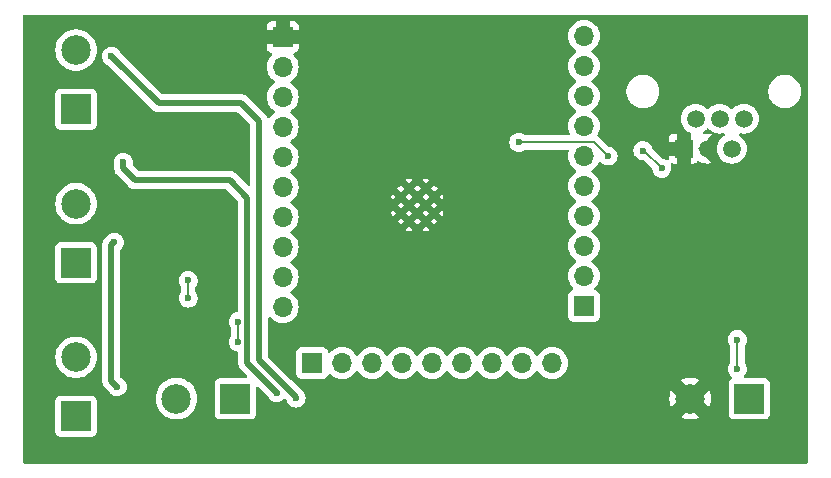
<source format=gbr>
%TF.GenerationSoftware,KiCad,Pcbnew,8.0.1*%
%TF.CreationDate,2024-04-27T05:15:47+02:00*%
%TF.ProjectId,driver_v2,64726976-6572-45f7-9632-2e6b69636164,rev?*%
%TF.SameCoordinates,Original*%
%TF.FileFunction,Copper,L2,Bot*%
%TF.FilePolarity,Positive*%
%FSLAX46Y46*%
G04 Gerber Fmt 4.6, Leading zero omitted, Abs format (unit mm)*
G04 Created by KiCad (PCBNEW 8.0.1) date 2024-04-27 05:15:47*
%MOMM*%
%LPD*%
G01*
G04 APERTURE LIST*
%TA.AperFunction,ComponentPad*%
%ADD10C,2.500000*%
%TD*%
%TA.AperFunction,ComponentPad*%
%ADD11R,2.500000X2.500000*%
%TD*%
%TA.AperFunction,ComponentPad*%
%ADD12C,1.520000*%
%TD*%
%TA.AperFunction,ComponentPad*%
%ADD13R,1.520000X1.520000*%
%TD*%
%TA.AperFunction,ComponentPad*%
%ADD14C,0.600000*%
%TD*%
%TA.AperFunction,ComponentPad*%
%ADD15R,1.700000X1.700000*%
%TD*%
%TA.AperFunction,ComponentPad*%
%ADD16O,1.700000X1.700000*%
%TD*%
%TA.AperFunction,ViaPad*%
%ADD17C,0.600000*%
%TD*%
%TA.AperFunction,Conductor*%
%ADD18C,0.200000*%
%TD*%
%TA.AperFunction,Conductor*%
%ADD19C,0.520000*%
%TD*%
G04 APERTURE END LIST*
D10*
%TO.P,BAT,2,Pin_2*%
%TO.N,GND*%
X162500000Y-91500000D03*
D11*
%TO.P,BAT,1,Pin_1*%
%TO.N,VCC*%
X167500000Y-91500000D03*
%TD*%
%TO.P,M2,1,Pin_1*%
%TO.N,Net-(IC3-OUTA)*%
X110500000Y-80000000D03*
D10*
%TO.P,M2,2,Pin_2*%
%TO.N,Net-(IC3-OUTB)*%
X110500000Y-75000000D03*
%TD*%
D11*
%TO.P,M1,1,Pin_1*%
%TO.N,Net-(IC2-OUTA)*%
X110500000Y-67000000D03*
D10*
%TO.P,M1,2,Pin_2*%
%TO.N,Net-(IC2-OUTB)*%
X110500000Y-62000000D03*
%TD*%
D12*
%TO.P,RJ12,6*%
%TO.N,Net-(IC1-IO23)*%
X167050000Y-67800000D03*
%TO.P,RJ12,5*%
%TO.N,Net-(IC1-IO22)*%
X166030000Y-70340000D03*
%TO.P,RJ12,4*%
%TO.N,unconnected-(J1-Pad4)*%
X165010000Y-67800000D03*
%TO.P,RJ12,3*%
%TO.N,GND*%
X163990000Y-70340000D03*
%TO.P,RJ12,2*%
%TO.N,+3.3V*%
X162970000Y-67800000D03*
D13*
%TO.P,RJ12,1*%
%TO.N,GND*%
X161950000Y-70340000D03*
%TD*%
D14*
%TO.P,IC1,39,GND*%
%TO.N,GND*%
X138000000Y-74400000D03*
X138000000Y-75800000D03*
X138700000Y-73700000D03*
X138700000Y-75100000D03*
X138700000Y-76500000D03*
X139400000Y-74400000D03*
X139400000Y-75800000D03*
X140100000Y-73700000D03*
X140100000Y-75100000D03*
X140100000Y-76500000D03*
X140800000Y-74400000D03*
X140800000Y-75800000D03*
%TD*%
D11*
%TO.P,M4,1,Pin_1*%
%TO.N,Net-(IC5-OUTA)*%
X124000000Y-91500000D03*
D10*
%TO.P,M4,2,Pin_2*%
%TO.N,Net-(IC5-OUTB)*%
X119000000Y-91500000D03*
%TD*%
D11*
%TO.P,M3,1,Pin_1*%
%TO.N,Net-(IC4-OUTA)*%
X110500000Y-93000000D03*
D10*
%TO.P,M3,2,Pin_2*%
%TO.N,Net-(IC4-OUTB)*%
X110500000Y-88000000D03*
%TD*%
D15*
%TO.P,J4,1,Pin_1*%
%TO.N,Net-(IC1-IO26)*%
X130500000Y-88500000D03*
D16*
%TO.P,J4,2,Pin_2*%
%TO.N,Net-(IC1-IO27)*%
X133040000Y-88500000D03*
%TO.P,J4,3,Pin_3*%
%TO.N,Net-(IC1-IO14)*%
X135580000Y-88500000D03*
%TO.P,J4,4,Pin_4*%
%TO.N,Net-(IC1-IO12)*%
X138120000Y-88500000D03*
%TO.P,J4,5,Pin_5*%
%TO.N,Net-(IC1-IO13)*%
X140660000Y-88500000D03*
%TO.P,J4,6,Pin_6*%
%TO.N,Net-(IC1-IO15)*%
X143200000Y-88500000D03*
%TO.P,J4,7,Pin_7*%
%TO.N,Net-(IC1-IO2)*%
X145740000Y-88500000D03*
%TO.P,J4,8,Pin_8*%
%TO.N,Net-(IC1-IO0)*%
X148280000Y-88500000D03*
%TO.P,J4,9,Pin_9*%
%TO.N,Net-(IC1-IO4)*%
X150820000Y-88500000D03*
%TD*%
D15*
%TO.P,J3,1,Pin_1*%
%TO.N,Net-(IC1-IO16)*%
X153500000Y-83660000D03*
D16*
%TO.P,J3,2,Pin_2*%
%TO.N,Net-(IC1-IO17)*%
X153500000Y-81120000D03*
%TO.P,J3,3,Pin_3*%
%TO.N,Net-(IC1-IO5)*%
X153500000Y-78580000D03*
%TO.P,J3,4,Pin_4*%
%TO.N,Net-(IC1-IO18)*%
X153500000Y-76040000D03*
%TO.P,J3,5,Pin_5*%
%TO.N,Net-(IC1-IO19)*%
X153500000Y-73500000D03*
%TO.P,J3,6,Pin_6*%
%TO.N,Net-(IC1-IO21)*%
X153500000Y-70960000D03*
%TO.P,J3,7,Pin_7*%
%TO.N,Net-(IC1-RXD0{slash}IO3)*%
X153500000Y-68420000D03*
%TO.P,J3,8,Pin_8*%
%TO.N,Net-(IC1-TXD0{slash}IO1)*%
X153500000Y-65880000D03*
%TO.P,J3,9,Pin_9*%
%TO.N,Net-(IC1-IO22)*%
X153500000Y-63340000D03*
%TO.P,J3,10,Pin_10*%
%TO.N,Net-(IC1-IO23)*%
X153500000Y-60800000D03*
%TD*%
%TO.P,J2,10,Pin_10*%
%TO.N,Net-(IC1-IO25)*%
X128000000Y-83740000D03*
%TO.P,J2,9,Pin_9*%
%TO.N,Net-(IC1-IO33)*%
X128000000Y-81200000D03*
%TO.P,J2,8,Pin_8*%
%TO.N,Net-(IC1-IO32)*%
X128000000Y-78660000D03*
%TO.P,J2,7,Pin_7*%
%TO.N,Net-(IC1-IO35)*%
X128000000Y-76120000D03*
%TO.P,J2,6,Pin_6*%
%TO.N,Net-(IC1-IO34)*%
X128000000Y-73580000D03*
%TO.P,J2,5,Pin_5*%
%TO.N,Net-(IC1-SENSOR_VN)*%
X128000000Y-71040000D03*
%TO.P,J2,4,Pin_4*%
%TO.N,Net-(IC1-SENSOR_VP)*%
X128000000Y-68500000D03*
%TO.P,J2,3,Pin_3*%
%TO.N,Net-(IC1-EN)*%
X128000000Y-65960000D03*
%TO.P,J2,2,Pin_2*%
%TO.N,+3.3V*%
X128000000Y-63420000D03*
D15*
%TO.P,J2,1,Pin_1*%
%TO.N,GND*%
X128000000Y-60880000D03*
%TD*%
D17*
%TO.N,GND*%
X165709620Y-85790380D03*
%TO.N,Net-(IC1-IO22)*%
X158500000Y-70500000D03*
X160100000Y-72000000D03*
%TO.N,VCC*%
X114500000Y-71500000D03*
X113500000Y-62500000D03*
%TO.N,Net-(IC1-IO16)*%
X124240000Y-84984856D03*
X124240000Y-86707107D03*
%TO.N,Net-(IC1-IO4)*%
X120000000Y-83000000D03*
X120000000Y-81500000D03*
%TO.N,GND*%
X165500000Y-89600000D03*
X158000000Y-89600000D03*
X158000000Y-88400000D03*
%TO.N,Net-(IC1-IO17)*%
X166500000Y-86500000D03*
X166500000Y-89000000D03*
%TO.N,+3.3V*%
X148000000Y-69810000D03*
X155541587Y-70958413D03*
%TO.N,VCC*%
X113750000Y-78250000D03*
X114000000Y-90500000D03*
X127500000Y-91000000D03*
X129125000Y-91450000D03*
%TD*%
D18*
%TO.N,GND*%
X158000000Y-88400000D02*
X158000000Y-89600000D01*
%TO.N,Net-(IC1-IO22)*%
X158600000Y-70500000D02*
X158500000Y-70500000D01*
X160100000Y-72000000D02*
X158600000Y-70500000D01*
%TO.N,+3.3V*%
X154393173Y-69810000D02*
X148000000Y-69810000D01*
X155541587Y-70958413D02*
X154393173Y-69810000D01*
D19*
%TO.N,VCC*%
X115500000Y-73000000D02*
X114500000Y-72000000D01*
X114500000Y-72000000D02*
X114500000Y-71500000D01*
X123500000Y-73000000D02*
X115500000Y-73000000D01*
X125000000Y-74500000D02*
X123500000Y-73000000D01*
X126000000Y-68000000D02*
X126000000Y-88250000D01*
X124500000Y-66500000D02*
X126000000Y-68000000D01*
X126000000Y-88250000D02*
X129125000Y-91375000D01*
X129125000Y-91375000D02*
X129125000Y-91450000D01*
X113500000Y-62500000D02*
X117500000Y-66500000D01*
X117500000Y-66500000D02*
X124500000Y-66500000D01*
X125000000Y-88500000D02*
X125000000Y-74500000D01*
D18*
%TO.N,Net-(IC1-IO4)*%
X120000000Y-83000000D02*
X120000000Y-81500000D01*
%TO.N,Net-(IC1-IO16)*%
X124240000Y-84984856D02*
X124240000Y-86707107D01*
%TO.N,GND*%
X165500000Y-86000000D02*
X165500000Y-89600000D01*
X165709620Y-85790380D02*
X165500000Y-86000000D01*
%TO.N,Net-(IC1-IO17)*%
X166500000Y-86500000D02*
X166500000Y-89000000D01*
D19*
%TO.N,VCC*%
X127500000Y-91000000D02*
X125000000Y-88500000D01*
X113500000Y-90000000D02*
X114000000Y-90500000D01*
X113750000Y-78250000D02*
X113500000Y-78500000D01*
X113500000Y-78500000D02*
X113500000Y-90000000D01*
%TD*%
%TA.AperFunction,Conductor*%
%TO.N,GND*%
G36*
X172442539Y-59020185D02*
G01*
X172488294Y-59072989D01*
X172499500Y-59124500D01*
X172499500Y-96875500D01*
X172479815Y-96942539D01*
X172427011Y-96988294D01*
X172375500Y-96999500D01*
X106124500Y-96999500D01*
X106057461Y-96979815D01*
X106011706Y-96927011D01*
X106000500Y-96875500D01*
X106000500Y-94297870D01*
X108749500Y-94297870D01*
X108749501Y-94297876D01*
X108755908Y-94357483D01*
X108806202Y-94492328D01*
X108806206Y-94492335D01*
X108892452Y-94607544D01*
X108892455Y-94607547D01*
X109007664Y-94693793D01*
X109007671Y-94693797D01*
X109142517Y-94744091D01*
X109142516Y-94744091D01*
X109149444Y-94744835D01*
X109202127Y-94750500D01*
X111797872Y-94750499D01*
X111857483Y-94744091D01*
X111992331Y-94693796D01*
X112107546Y-94607546D01*
X112193796Y-94492331D01*
X112244091Y-94357483D01*
X112250500Y-94297873D01*
X112250499Y-91702128D01*
X112244091Y-91642517D01*
X112239353Y-91629815D01*
X112193797Y-91507671D01*
X112193793Y-91507664D01*
X112188059Y-91500004D01*
X117244592Y-91500004D01*
X117264196Y-91761620D01*
X117264197Y-91761625D01*
X117322576Y-92017402D01*
X117322578Y-92017411D01*
X117322580Y-92017416D01*
X117418432Y-92261643D01*
X117549614Y-92488857D01*
X117681736Y-92654533D01*
X117713198Y-92693985D01*
X117825163Y-92797872D01*
X117905521Y-92872433D01*
X118122296Y-93020228D01*
X118122301Y-93020230D01*
X118122302Y-93020231D01*
X118122303Y-93020232D01*
X118247843Y-93080688D01*
X118358673Y-93134061D01*
X118358674Y-93134061D01*
X118358677Y-93134063D01*
X118609385Y-93211396D01*
X118868818Y-93250500D01*
X119131182Y-93250500D01*
X119390615Y-93211396D01*
X119641323Y-93134063D01*
X119877704Y-93020228D01*
X120094479Y-92872433D01*
X120286805Y-92693981D01*
X120450386Y-92488857D01*
X120581568Y-92261643D01*
X120677420Y-92017416D01*
X120735802Y-91761630D01*
X120735808Y-91761550D01*
X120755408Y-91500004D01*
X120755408Y-91499995D01*
X120735803Y-91238379D01*
X120735802Y-91238374D01*
X120735802Y-91238370D01*
X120677420Y-90982584D01*
X120581568Y-90738357D01*
X120450386Y-90511143D01*
X120286805Y-90306019D01*
X120286804Y-90306018D01*
X120286801Y-90306014D01*
X120094479Y-90127567D01*
X120017235Y-90074903D01*
X119877704Y-89979772D01*
X119877700Y-89979770D01*
X119877697Y-89979768D01*
X119877696Y-89979767D01*
X119641325Y-89865938D01*
X119641327Y-89865938D01*
X119390623Y-89788606D01*
X119390619Y-89788605D01*
X119390615Y-89788604D01*
X119265823Y-89769794D01*
X119131187Y-89749500D01*
X119131182Y-89749500D01*
X118868818Y-89749500D01*
X118868812Y-89749500D01*
X118707247Y-89773853D01*
X118609385Y-89788604D01*
X118609382Y-89788605D01*
X118609376Y-89788606D01*
X118358673Y-89865938D01*
X118122303Y-89979767D01*
X118122302Y-89979768D01*
X117905520Y-90127567D01*
X117713198Y-90306014D01*
X117549614Y-90511143D01*
X117418432Y-90738356D01*
X117322582Y-90982578D01*
X117322576Y-90982597D01*
X117264197Y-91238374D01*
X117264196Y-91238379D01*
X117244592Y-91499995D01*
X117244592Y-91500004D01*
X112188059Y-91500004D01*
X112107547Y-91392455D01*
X112107544Y-91392452D01*
X111992335Y-91306206D01*
X111992328Y-91306202D01*
X111857482Y-91255908D01*
X111857483Y-91255908D01*
X111797883Y-91249501D01*
X111797881Y-91249500D01*
X111797873Y-91249500D01*
X111797864Y-91249500D01*
X109202129Y-91249500D01*
X109202123Y-91249501D01*
X109142516Y-91255908D01*
X109007671Y-91306202D01*
X109007664Y-91306206D01*
X108892455Y-91392452D01*
X108892452Y-91392455D01*
X108806206Y-91507664D01*
X108806202Y-91507671D01*
X108755908Y-91642517D01*
X108750847Y-91689598D01*
X108749501Y-91702123D01*
X108749500Y-91702135D01*
X108749500Y-94297870D01*
X106000500Y-94297870D01*
X106000500Y-90074907D01*
X112739500Y-90074907D01*
X112768723Y-90221822D01*
X112768725Y-90221830D01*
X112826051Y-90360229D01*
X112826056Y-90360238D01*
X112909280Y-90484790D01*
X112909283Y-90484794D01*
X113019528Y-90595039D01*
X113019550Y-90595059D01*
X113264664Y-90840173D01*
X113281977Y-90861882D01*
X113299776Y-90890209D01*
X113370184Y-91002262D01*
X113497738Y-91129816D01*
X113650478Y-91225789D01*
X113736556Y-91255909D01*
X113820745Y-91285368D01*
X113820750Y-91285369D01*
X113999996Y-91305565D01*
X114000000Y-91305565D01*
X114000004Y-91305565D01*
X114179249Y-91285369D01*
X114179252Y-91285368D01*
X114179255Y-91285368D01*
X114349522Y-91225789D01*
X114502262Y-91129816D01*
X114629816Y-91002262D01*
X114725789Y-90849522D01*
X114785368Y-90679255D01*
X114785369Y-90679249D01*
X114805565Y-90500003D01*
X114805565Y-90499996D01*
X114785369Y-90320750D01*
X114785368Y-90320745D01*
X114750753Y-90221822D01*
X114725789Y-90150478D01*
X114629816Y-89997738D01*
X114502262Y-89870184D01*
X114460735Y-89844091D01*
X114361882Y-89781977D01*
X114340173Y-89764664D01*
X114296819Y-89721310D01*
X114263334Y-89659987D01*
X114260500Y-89633629D01*
X114260500Y-83000003D01*
X119194435Y-83000003D01*
X119214630Y-83179249D01*
X119214631Y-83179254D01*
X119274211Y-83349523D01*
X119370184Y-83502262D01*
X119497738Y-83629816D01*
X119650478Y-83725789D01*
X119691091Y-83740000D01*
X119820745Y-83785368D01*
X119820750Y-83785369D01*
X119999996Y-83805565D01*
X120000000Y-83805565D01*
X120000004Y-83805565D01*
X120179249Y-83785369D01*
X120179252Y-83785368D01*
X120179255Y-83785368D01*
X120349522Y-83725789D01*
X120502262Y-83629816D01*
X120629816Y-83502262D01*
X120725789Y-83349522D01*
X120785368Y-83179255D01*
X120798560Y-83062171D01*
X120805565Y-83000003D01*
X120805565Y-82999996D01*
X120785369Y-82820750D01*
X120785368Y-82820745D01*
X120725788Y-82650476D01*
X120673758Y-82567671D01*
X120629816Y-82497738D01*
X120629814Y-82497736D01*
X120629813Y-82497734D01*
X120627550Y-82494896D01*
X120626659Y-82492715D01*
X120626111Y-82491842D01*
X120626264Y-82491745D01*
X120601144Y-82430209D01*
X120600500Y-82417587D01*
X120600500Y-82082412D01*
X120620185Y-82015373D01*
X120627555Y-82005097D01*
X120629810Y-82002267D01*
X120629816Y-82002262D01*
X120725789Y-81849522D01*
X120785368Y-81679255D01*
X120787126Y-81663655D01*
X120805565Y-81500003D01*
X120805565Y-81499996D01*
X120785369Y-81320750D01*
X120785368Y-81320745D01*
X120725788Y-81150476D01*
X120629815Y-80997737D01*
X120502262Y-80870184D01*
X120349523Y-80774211D01*
X120179254Y-80714631D01*
X120179249Y-80714630D01*
X120000004Y-80694435D01*
X119999996Y-80694435D01*
X119820750Y-80714630D01*
X119820745Y-80714631D01*
X119650476Y-80774211D01*
X119497737Y-80870184D01*
X119370184Y-80997737D01*
X119274211Y-81150476D01*
X119214631Y-81320745D01*
X119214630Y-81320750D01*
X119194435Y-81499996D01*
X119194435Y-81500003D01*
X119214630Y-81679249D01*
X119214631Y-81679254D01*
X119274211Y-81849523D01*
X119334515Y-81945496D01*
X119363360Y-81991402D01*
X119370185Y-82002263D01*
X119372445Y-82005097D01*
X119373334Y-82007275D01*
X119373889Y-82008158D01*
X119373734Y-82008255D01*
X119398855Y-82069783D01*
X119399500Y-82082412D01*
X119399500Y-82417587D01*
X119379815Y-82484626D01*
X119372450Y-82494896D01*
X119370186Y-82497734D01*
X119274211Y-82650476D01*
X119214631Y-82820745D01*
X119214630Y-82820750D01*
X119194435Y-82999996D01*
X119194435Y-83000003D01*
X114260500Y-83000003D01*
X114260500Y-78922940D01*
X114280185Y-78855901D01*
X114296819Y-78835259D01*
X114316675Y-78815403D01*
X114379816Y-78752262D01*
X114475789Y-78599522D01*
X114535368Y-78429255D01*
X114535369Y-78429249D01*
X114555565Y-78250003D01*
X114555565Y-78249996D01*
X114535369Y-78070750D01*
X114535368Y-78070745D01*
X114515934Y-78015205D01*
X114475789Y-77900478D01*
X114475453Y-77899944D01*
X114416690Y-77806423D01*
X114379816Y-77747738D01*
X114252262Y-77620184D01*
X114099523Y-77524211D01*
X113929254Y-77464631D01*
X113929249Y-77464630D01*
X113750004Y-77444435D01*
X113749996Y-77444435D01*
X113570750Y-77464630D01*
X113570745Y-77464631D01*
X113400476Y-77524211D01*
X113247737Y-77620184D01*
X113120182Y-77747739D01*
X113120178Y-77747744D01*
X113031977Y-77888115D01*
X113014665Y-77909824D01*
X112909283Y-78015205D01*
X112909280Y-78015209D01*
X112826056Y-78139761D01*
X112826051Y-78139770D01*
X112768725Y-78278169D01*
X112768723Y-78278177D01*
X112739500Y-78425092D01*
X112739500Y-90074907D01*
X106000500Y-90074907D01*
X106000500Y-88000004D01*
X108744592Y-88000004D01*
X108764196Y-88261620D01*
X108764197Y-88261625D01*
X108822576Y-88517402D01*
X108822578Y-88517411D01*
X108822580Y-88517416D01*
X108918432Y-88761643D01*
X109049614Y-88988857D01*
X109166178Y-89135023D01*
X109213198Y-89193985D01*
X109380829Y-89349522D01*
X109405521Y-89372433D01*
X109622296Y-89520228D01*
X109622301Y-89520230D01*
X109622302Y-89520231D01*
X109622303Y-89520232D01*
X109747843Y-89580688D01*
X109858673Y-89634061D01*
X109858674Y-89634061D01*
X109858677Y-89634063D01*
X110109385Y-89711396D01*
X110368818Y-89750500D01*
X110631182Y-89750500D01*
X110890615Y-89711396D01*
X111141323Y-89634063D01*
X111377704Y-89520228D01*
X111594479Y-89372433D01*
X111786805Y-89193981D01*
X111950386Y-88988857D01*
X112081568Y-88761643D01*
X112177420Y-88517416D01*
X112235802Y-88261630D01*
X112235803Y-88261620D01*
X112255408Y-88000004D01*
X112255408Y-87999995D01*
X112235803Y-87738379D01*
X112235802Y-87738374D01*
X112235802Y-87738370D01*
X112177420Y-87482584D01*
X112081568Y-87238357D01*
X111950386Y-87011143D01*
X111786805Y-86806019D01*
X111786804Y-86806018D01*
X111786801Y-86806014D01*
X111594479Y-86627567D01*
X111377704Y-86479772D01*
X111377700Y-86479770D01*
X111377697Y-86479768D01*
X111377696Y-86479767D01*
X111141325Y-86365938D01*
X111141327Y-86365938D01*
X110890623Y-86288606D01*
X110890619Y-86288605D01*
X110890615Y-86288604D01*
X110765823Y-86269794D01*
X110631187Y-86249500D01*
X110631182Y-86249500D01*
X110368818Y-86249500D01*
X110368812Y-86249500D01*
X110207247Y-86273853D01*
X110109385Y-86288604D01*
X110109382Y-86288605D01*
X110109376Y-86288606D01*
X109858673Y-86365938D01*
X109622303Y-86479767D01*
X109622302Y-86479768D01*
X109405520Y-86627567D01*
X109213198Y-86806014D01*
X109049614Y-87011143D01*
X108918432Y-87238356D01*
X108822582Y-87482578D01*
X108822576Y-87482597D01*
X108764197Y-87738374D01*
X108764196Y-87738379D01*
X108744592Y-87999995D01*
X108744592Y-88000004D01*
X106000500Y-88000004D01*
X106000500Y-81297870D01*
X108749500Y-81297870D01*
X108749501Y-81297876D01*
X108755908Y-81357483D01*
X108806202Y-81492328D01*
X108806206Y-81492335D01*
X108892452Y-81607544D01*
X108892455Y-81607547D01*
X109007664Y-81693793D01*
X109007671Y-81693797D01*
X109142517Y-81744091D01*
X109142516Y-81744091D01*
X109149444Y-81744835D01*
X109202127Y-81750500D01*
X111797872Y-81750499D01*
X111857483Y-81744091D01*
X111992331Y-81693796D01*
X112107546Y-81607546D01*
X112193796Y-81492331D01*
X112244091Y-81357483D01*
X112250500Y-81297873D01*
X112250499Y-78702128D01*
X112244091Y-78642517D01*
X112228055Y-78599523D01*
X112193797Y-78507671D01*
X112193793Y-78507664D01*
X112107547Y-78392455D01*
X112107544Y-78392452D01*
X111992335Y-78306206D01*
X111992328Y-78306202D01*
X111857482Y-78255908D01*
X111857483Y-78255908D01*
X111797883Y-78249501D01*
X111797881Y-78249500D01*
X111797873Y-78249500D01*
X111797864Y-78249500D01*
X109202129Y-78249500D01*
X109202123Y-78249501D01*
X109142516Y-78255908D01*
X109007671Y-78306202D01*
X109007664Y-78306206D01*
X108892455Y-78392452D01*
X108892452Y-78392455D01*
X108806206Y-78507664D01*
X108806202Y-78507671D01*
X108755908Y-78642517D01*
X108754029Y-78659999D01*
X108749501Y-78702123D01*
X108749500Y-78702135D01*
X108749500Y-81297870D01*
X106000500Y-81297870D01*
X106000500Y-75000004D01*
X108744592Y-75000004D01*
X108764196Y-75261620D01*
X108764197Y-75261625D01*
X108822576Y-75517402D01*
X108822578Y-75517411D01*
X108822580Y-75517416D01*
X108918432Y-75761643D01*
X109049614Y-75988857D01*
X109118898Y-76075736D01*
X109213198Y-76193985D01*
X109387167Y-76355403D01*
X109405521Y-76372433D01*
X109622296Y-76520228D01*
X109622301Y-76520230D01*
X109622302Y-76520231D01*
X109622303Y-76520232D01*
X109747843Y-76580688D01*
X109858673Y-76634061D01*
X109858674Y-76634061D01*
X109858677Y-76634063D01*
X110109385Y-76711396D01*
X110368818Y-76750500D01*
X110631182Y-76750500D01*
X110890615Y-76711396D01*
X111141323Y-76634063D01*
X111377704Y-76520228D01*
X111594479Y-76372433D01*
X111786805Y-76193981D01*
X111950386Y-75988857D01*
X112081568Y-75761643D01*
X112177420Y-75517416D01*
X112235802Y-75261630D01*
X112238581Y-75224551D01*
X112255408Y-75000004D01*
X112255408Y-74999995D01*
X112235803Y-74738379D01*
X112235802Y-74738374D01*
X112235802Y-74738370D01*
X112177420Y-74482584D01*
X112081568Y-74238357D01*
X111950386Y-74011143D01*
X111786805Y-73806019D01*
X111786804Y-73806018D01*
X111786801Y-73806014D01*
X111644465Y-73673947D01*
X111594479Y-73627567D01*
X111377704Y-73479772D01*
X111377700Y-73479770D01*
X111377697Y-73479768D01*
X111377696Y-73479767D01*
X111141325Y-73365938D01*
X111141327Y-73365938D01*
X110890623Y-73288606D01*
X110890619Y-73288605D01*
X110890615Y-73288604D01*
X110765823Y-73269794D01*
X110631187Y-73249500D01*
X110631182Y-73249500D01*
X110368818Y-73249500D01*
X110368812Y-73249500D01*
X110207247Y-73273853D01*
X110109385Y-73288604D01*
X110109382Y-73288605D01*
X110109376Y-73288606D01*
X109858673Y-73365938D01*
X109622303Y-73479767D01*
X109622302Y-73479768D01*
X109622296Y-73479771D01*
X109622296Y-73479772D01*
X109405521Y-73627567D01*
X109366266Y-73663990D01*
X109213198Y-73806014D01*
X109049614Y-74011143D01*
X108918432Y-74238356D01*
X108822582Y-74482578D01*
X108822576Y-74482597D01*
X108764197Y-74738374D01*
X108764196Y-74738379D01*
X108744592Y-74999995D01*
X108744592Y-75000004D01*
X106000500Y-75000004D01*
X106000500Y-68297870D01*
X108749500Y-68297870D01*
X108749501Y-68297876D01*
X108755908Y-68357483D01*
X108806202Y-68492328D01*
X108806206Y-68492335D01*
X108892452Y-68607544D01*
X108892455Y-68607547D01*
X109007664Y-68693793D01*
X109007671Y-68693797D01*
X109142517Y-68744091D01*
X109142516Y-68744091D01*
X109149444Y-68744835D01*
X109202127Y-68750500D01*
X111797872Y-68750499D01*
X111857483Y-68744091D01*
X111992331Y-68693796D01*
X112107546Y-68607546D01*
X112193796Y-68492331D01*
X112244091Y-68357483D01*
X112250500Y-68297873D01*
X112250499Y-65702128D01*
X112245299Y-65653757D01*
X112244091Y-65642516D01*
X112193797Y-65507671D01*
X112193793Y-65507664D01*
X112107547Y-65392455D01*
X112107544Y-65392452D01*
X111992335Y-65306206D01*
X111992328Y-65306202D01*
X111857482Y-65255908D01*
X111857483Y-65255908D01*
X111797883Y-65249501D01*
X111797881Y-65249500D01*
X111797873Y-65249500D01*
X111797864Y-65249500D01*
X109202129Y-65249500D01*
X109202123Y-65249501D01*
X109142516Y-65255908D01*
X109007671Y-65306202D01*
X109007664Y-65306206D01*
X108892455Y-65392452D01*
X108892452Y-65392455D01*
X108806206Y-65507664D01*
X108806202Y-65507671D01*
X108755908Y-65642517D01*
X108755685Y-65644596D01*
X108749501Y-65702123D01*
X108749500Y-65702135D01*
X108749500Y-68297870D01*
X106000500Y-68297870D01*
X106000500Y-62000004D01*
X108744592Y-62000004D01*
X108764196Y-62261620D01*
X108764197Y-62261625D01*
X108822576Y-62517402D01*
X108822578Y-62517411D01*
X108822580Y-62517416D01*
X108918432Y-62761643D01*
X109049614Y-62988857D01*
X109141905Y-63104586D01*
X109213198Y-63193985D01*
X109370565Y-63339999D01*
X109405521Y-63372433D01*
X109622296Y-63520228D01*
X109622301Y-63520230D01*
X109622302Y-63520231D01*
X109622303Y-63520232D01*
X109736889Y-63575413D01*
X109858673Y-63634061D01*
X109858674Y-63634061D01*
X109858677Y-63634063D01*
X110109385Y-63711396D01*
X110368818Y-63750500D01*
X110631182Y-63750500D01*
X110890615Y-63711396D01*
X111141323Y-63634063D01*
X111377704Y-63520228D01*
X111594479Y-63372433D01*
X111786805Y-63193981D01*
X111950386Y-62988857D01*
X112081568Y-62761643D01*
X112177420Y-62517416D01*
X112181394Y-62500003D01*
X112694435Y-62500003D01*
X112714630Y-62679249D01*
X112714631Y-62679254D01*
X112774211Y-62849523D01*
X112791064Y-62876344D01*
X112870184Y-63002262D01*
X112997738Y-63129816D01*
X113138118Y-63218022D01*
X113159825Y-63235334D01*
X116906155Y-66981664D01*
X116906184Y-66981695D01*
X117015205Y-67090716D01*
X117015209Y-67090719D01*
X117139761Y-67173943D01*
X117139767Y-67173946D01*
X117139768Y-67173947D01*
X117278170Y-67231275D01*
X117425092Y-67260499D01*
X117425096Y-67260500D01*
X117425097Y-67260500D01*
X124133629Y-67260500D01*
X124200668Y-67280185D01*
X124221310Y-67296819D01*
X125203181Y-68278690D01*
X125236666Y-68340013D01*
X125239500Y-68366371D01*
X125239500Y-73364628D01*
X125219815Y-73431667D01*
X125167011Y-73477422D01*
X125097853Y-73487366D01*
X125034297Y-73458341D01*
X125027819Y-73452309D01*
X124097789Y-72522280D01*
X124097786Y-72522276D01*
X124097786Y-72522277D01*
X124090719Y-72515210D01*
X124090719Y-72515209D01*
X123984791Y-72409281D01*
X123984790Y-72409280D01*
X123984789Y-72409279D01*
X123860238Y-72326056D01*
X123860229Y-72326051D01*
X123721830Y-72268725D01*
X123721822Y-72268723D01*
X123574907Y-72239500D01*
X123574903Y-72239500D01*
X115866371Y-72239500D01*
X115799332Y-72219815D01*
X115778690Y-72203181D01*
X115324494Y-71748985D01*
X115291009Y-71687662D01*
X115288955Y-71647420D01*
X115305565Y-71500002D01*
X115305565Y-71499996D01*
X115285369Y-71320750D01*
X115285368Y-71320745D01*
X115241512Y-71195413D01*
X115225789Y-71150478D01*
X115217739Y-71137667D01*
X115156370Y-71039999D01*
X115129816Y-70997738D01*
X115002262Y-70870184D01*
X114969379Y-70849522D01*
X114849523Y-70774211D01*
X114679254Y-70714631D01*
X114679249Y-70714630D01*
X114500004Y-70694435D01*
X114499996Y-70694435D01*
X114320750Y-70714630D01*
X114320745Y-70714631D01*
X114150476Y-70774211D01*
X113997737Y-70870184D01*
X113870184Y-70997737D01*
X113774211Y-71150476D01*
X113714631Y-71320745D01*
X113714630Y-71320750D01*
X113694435Y-71499996D01*
X113694435Y-71500003D01*
X113714630Y-71679246D01*
X113714632Y-71679256D01*
X113732541Y-71730435D01*
X113739500Y-71771390D01*
X113739500Y-72074907D01*
X113768723Y-72221822D01*
X113768725Y-72221830D01*
X113826051Y-72360229D01*
X113826056Y-72360238D01*
X113909280Y-72484790D01*
X113909283Y-72484794D01*
X114019528Y-72595039D01*
X114019550Y-72595059D01*
X114906155Y-73481664D01*
X114906184Y-73481695D01*
X115015206Y-73590717D01*
X115015209Y-73590719D01*
X115070356Y-73627567D01*
X115139768Y-73673947D01*
X115278170Y-73731275D01*
X115405713Y-73756645D01*
X115425093Y-73760500D01*
X115425096Y-73760501D01*
X115425098Y-73760501D01*
X115581017Y-73760501D01*
X115581037Y-73760500D01*
X123133629Y-73760500D01*
X123200668Y-73780185D01*
X123221310Y-73796819D01*
X124203181Y-74778690D01*
X124236666Y-74840013D01*
X124239500Y-74866371D01*
X124239500Y-84068533D01*
X124219815Y-84135572D01*
X124167011Y-84181327D01*
X124129384Y-84191753D01*
X124060750Y-84199486D01*
X123890478Y-84259066D01*
X123737737Y-84355040D01*
X123610184Y-84482593D01*
X123514211Y-84635332D01*
X123454631Y-84805601D01*
X123454630Y-84805606D01*
X123434435Y-84984852D01*
X123434435Y-84984859D01*
X123454630Y-85164105D01*
X123454631Y-85164110D01*
X123514211Y-85334379D01*
X123610185Y-85487119D01*
X123612445Y-85489953D01*
X123613334Y-85492131D01*
X123613889Y-85493014D01*
X123613734Y-85493111D01*
X123638855Y-85554639D01*
X123639500Y-85567268D01*
X123639500Y-86124694D01*
X123619815Y-86191733D01*
X123612450Y-86202003D01*
X123610186Y-86204841D01*
X123514211Y-86357583D01*
X123454631Y-86527852D01*
X123454630Y-86527857D01*
X123434435Y-86707103D01*
X123434435Y-86707110D01*
X123454630Y-86886356D01*
X123454631Y-86886361D01*
X123514211Y-87056630D01*
X123569324Y-87144341D01*
X123610184Y-87209369D01*
X123737738Y-87336923D01*
X123828080Y-87393689D01*
X123850329Y-87407669D01*
X123890478Y-87432896D01*
X124060745Y-87492475D01*
X124129384Y-87500208D01*
X124193796Y-87527273D01*
X124233352Y-87584867D01*
X124239500Y-87623428D01*
X124239500Y-88574907D01*
X124268723Y-88721822D01*
X124268725Y-88721830D01*
X124326051Y-88860229D01*
X124326056Y-88860238D01*
X124409280Y-88984790D01*
X124409283Y-88984794D01*
X124519528Y-89095039D01*
X124519550Y-89095059D01*
X124962310Y-89537819D01*
X124995795Y-89599142D01*
X124990811Y-89668834D01*
X124948939Y-89724767D01*
X124883475Y-89749184D01*
X124874629Y-89749500D01*
X122702129Y-89749500D01*
X122702123Y-89749501D01*
X122642516Y-89755908D01*
X122507671Y-89806202D01*
X122507664Y-89806206D01*
X122392455Y-89892452D01*
X122392452Y-89892455D01*
X122306206Y-90007664D01*
X122306202Y-90007671D01*
X122255908Y-90142517D01*
X122249501Y-90202116D01*
X122249501Y-90202123D01*
X122249500Y-90202135D01*
X122249500Y-92797870D01*
X122249501Y-92797876D01*
X122255908Y-92857483D01*
X122306202Y-92992328D01*
X122306206Y-92992335D01*
X122392452Y-93107544D01*
X122392455Y-93107547D01*
X122507664Y-93193793D01*
X122507671Y-93193797D01*
X122642517Y-93244091D01*
X122642516Y-93244091D01*
X122649444Y-93244835D01*
X122702127Y-93250500D01*
X125297872Y-93250499D01*
X125357483Y-93244091D01*
X125492331Y-93193796D01*
X125607546Y-93107546D01*
X125623066Y-93086814D01*
X161761713Y-93086814D01*
X161858857Y-93133595D01*
X161858855Y-93133595D01*
X162109494Y-93210907D01*
X162109500Y-93210909D01*
X162368848Y-93249999D01*
X162368857Y-93250000D01*
X162631143Y-93250000D01*
X162631151Y-93249999D01*
X162890499Y-93210909D01*
X162890505Y-93210907D01*
X163141141Y-93133595D01*
X163141144Y-93133594D01*
X163238285Y-93086813D01*
X162500001Y-92348528D01*
X162500000Y-92348528D01*
X161761713Y-93086814D01*
X125623066Y-93086814D01*
X125693796Y-92992331D01*
X125744091Y-92857483D01*
X125750500Y-92797873D01*
X125750499Y-90625369D01*
X125770184Y-90558331D01*
X125822987Y-90512576D01*
X125892146Y-90502632D01*
X125955702Y-90531657D01*
X125962180Y-90537689D01*
X126764664Y-91340173D01*
X126781977Y-91361882D01*
X126801187Y-91392454D01*
X126870184Y-91502262D01*
X126997738Y-91629816D01*
X127017950Y-91642516D01*
X127127213Y-91711171D01*
X127150478Y-91725789D01*
X127252906Y-91761630D01*
X127320745Y-91785368D01*
X127320750Y-91785369D01*
X127499996Y-91805565D01*
X127500000Y-91805565D01*
X127500004Y-91805565D01*
X127679249Y-91785369D01*
X127679252Y-91785368D01*
X127679255Y-91785368D01*
X127849522Y-91725789D01*
X128002262Y-91629816D01*
X128065603Y-91566475D01*
X128126926Y-91532990D01*
X128196618Y-91537974D01*
X128240965Y-91566475D01*
X128338935Y-91664445D01*
X128368295Y-91711171D01*
X128399210Y-91799520D01*
X128399211Y-91799522D01*
X128495184Y-91952262D01*
X128622738Y-92079816D01*
X128775478Y-92175789D01*
X128945745Y-92235368D01*
X128945750Y-92235369D01*
X129124996Y-92255565D01*
X129125000Y-92255565D01*
X129125004Y-92255565D01*
X129304249Y-92235369D01*
X129304252Y-92235368D01*
X129304255Y-92235368D01*
X129474522Y-92175789D01*
X129627262Y-92079816D01*
X129754816Y-91952262D01*
X129850789Y-91799522D01*
X129910368Y-91629255D01*
X129917442Y-91566475D01*
X129924931Y-91500004D01*
X160745093Y-91500004D01*
X160764692Y-91761545D01*
X160764693Y-91761550D01*
X160823058Y-92017270D01*
X160910754Y-92240715D01*
X160910755Y-92240715D01*
X161587452Y-91564019D01*
X161850000Y-91564019D01*
X161874979Y-91689598D01*
X161923978Y-91807890D01*
X161995112Y-91914351D01*
X162085649Y-92004888D01*
X162192110Y-92076022D01*
X162310402Y-92125021D01*
X162435981Y-92150000D01*
X162564019Y-92150000D01*
X162689598Y-92125021D01*
X162807890Y-92076022D01*
X162914351Y-92004888D01*
X163004888Y-91914351D01*
X163076022Y-91807890D01*
X163125021Y-91689598D01*
X163150000Y-91564019D01*
X163150000Y-91500000D01*
X163348528Y-91500000D01*
X164089244Y-92240716D01*
X164089244Y-92240715D01*
X164176938Y-92017273D01*
X164176944Y-92017254D01*
X164235306Y-91761550D01*
X164235307Y-91761545D01*
X164254907Y-91500004D01*
X164254907Y-91499995D01*
X164235307Y-91238454D01*
X164235306Y-91238449D01*
X164176944Y-90982745D01*
X164176942Y-90982738D01*
X164089243Y-90759283D01*
X163348528Y-91499999D01*
X163348528Y-91500000D01*
X163150000Y-91500000D01*
X163150000Y-91435981D01*
X163125021Y-91310402D01*
X163076022Y-91192110D01*
X163004888Y-91085649D01*
X162914351Y-90995112D01*
X162807890Y-90923978D01*
X162689598Y-90874979D01*
X162564019Y-90850000D01*
X162435981Y-90850000D01*
X162310402Y-90874979D01*
X162192110Y-90923978D01*
X162085649Y-90995112D01*
X161995112Y-91085649D01*
X161923978Y-91192110D01*
X161874979Y-91310402D01*
X161850000Y-91435981D01*
X161850000Y-91564019D01*
X161587452Y-91564019D01*
X161651471Y-91500000D01*
X161651471Y-91499999D01*
X160910755Y-90759283D01*
X160910754Y-90759283D01*
X160823058Y-90982729D01*
X160764693Y-91238449D01*
X160764692Y-91238454D01*
X160745093Y-91499995D01*
X160745093Y-91500004D01*
X129924931Y-91500004D01*
X129930565Y-91450003D01*
X129930565Y-91449996D01*
X129910369Y-91270750D01*
X129910366Y-91270737D01*
X129850790Y-91100481D01*
X129850789Y-91100477D01*
X129808405Y-91033024D01*
X129799760Y-91016289D01*
X129798948Y-91014770D01*
X129790590Y-91002262D01*
X129766135Y-90965662D01*
X129764266Y-90962777D01*
X129754816Y-90947738D01*
X129754815Y-90947737D01*
X129754020Y-90946740D01*
X129747862Y-90938315D01*
X129738282Y-90923978D01*
X129715719Y-90890209D01*
X129609791Y-90784281D01*
X129609790Y-90784280D01*
X128738695Y-89913185D01*
X161761714Y-89913185D01*
X162500000Y-90651471D01*
X162500001Y-90651471D01*
X163238285Y-89913186D01*
X163238284Y-89913184D01*
X163141142Y-89866404D01*
X163141144Y-89866404D01*
X162890505Y-89789092D01*
X162890499Y-89789090D01*
X162631151Y-89750000D01*
X162368848Y-89750000D01*
X162109500Y-89789090D01*
X162109494Y-89789092D01*
X161858856Y-89866403D01*
X161761714Y-89913184D01*
X161761714Y-89913185D01*
X128738695Y-89913185D01*
X128223380Y-89397870D01*
X129149500Y-89397870D01*
X129149501Y-89397876D01*
X129155908Y-89457483D01*
X129206202Y-89592328D01*
X129206206Y-89592335D01*
X129292452Y-89707544D01*
X129292455Y-89707547D01*
X129407664Y-89793793D01*
X129407671Y-89793797D01*
X129542517Y-89844091D01*
X129542516Y-89844091D01*
X129549444Y-89844835D01*
X129602127Y-89850500D01*
X131397872Y-89850499D01*
X131457483Y-89844091D01*
X131592331Y-89793796D01*
X131707546Y-89707546D01*
X131793796Y-89592331D01*
X131842810Y-89460916D01*
X131884681Y-89404984D01*
X131950145Y-89380566D01*
X132018418Y-89395417D01*
X132046673Y-89416569D01*
X132168599Y-89538495D01*
X132255212Y-89599142D01*
X132362165Y-89674032D01*
X132362167Y-89674033D01*
X132362170Y-89674035D01*
X132576337Y-89773903D01*
X132804592Y-89835063D01*
X132981034Y-89850500D01*
X133039999Y-89855659D01*
X133040000Y-89855659D01*
X133040001Y-89855659D01*
X133098966Y-89850500D01*
X133275408Y-89835063D01*
X133503663Y-89773903D01*
X133717830Y-89674035D01*
X133911401Y-89538495D01*
X134078495Y-89371401D01*
X134208425Y-89185842D01*
X134263002Y-89142217D01*
X134332500Y-89135023D01*
X134394855Y-89166546D01*
X134411575Y-89185842D01*
X134541500Y-89371395D01*
X134541505Y-89371401D01*
X134708599Y-89538495D01*
X134795212Y-89599142D01*
X134902165Y-89674032D01*
X134902167Y-89674033D01*
X134902170Y-89674035D01*
X135116337Y-89773903D01*
X135344592Y-89835063D01*
X135521034Y-89850500D01*
X135579999Y-89855659D01*
X135580000Y-89855659D01*
X135580001Y-89855659D01*
X135638966Y-89850500D01*
X135815408Y-89835063D01*
X136043663Y-89773903D01*
X136257830Y-89674035D01*
X136451401Y-89538495D01*
X136618495Y-89371401D01*
X136748425Y-89185842D01*
X136803002Y-89142217D01*
X136872500Y-89135023D01*
X136934855Y-89166546D01*
X136951575Y-89185842D01*
X137081500Y-89371395D01*
X137081505Y-89371401D01*
X137248599Y-89538495D01*
X137335212Y-89599142D01*
X137442165Y-89674032D01*
X137442167Y-89674033D01*
X137442170Y-89674035D01*
X137656337Y-89773903D01*
X137884592Y-89835063D01*
X138061034Y-89850500D01*
X138119999Y-89855659D01*
X138120000Y-89855659D01*
X138120001Y-89855659D01*
X138178966Y-89850500D01*
X138355408Y-89835063D01*
X138583663Y-89773903D01*
X138797830Y-89674035D01*
X138991401Y-89538495D01*
X139158495Y-89371401D01*
X139288425Y-89185842D01*
X139343002Y-89142217D01*
X139412500Y-89135023D01*
X139474855Y-89166546D01*
X139491575Y-89185842D01*
X139621500Y-89371395D01*
X139621505Y-89371401D01*
X139788599Y-89538495D01*
X139875212Y-89599142D01*
X139982165Y-89674032D01*
X139982167Y-89674033D01*
X139982170Y-89674035D01*
X140196337Y-89773903D01*
X140424592Y-89835063D01*
X140601034Y-89850500D01*
X140659999Y-89855659D01*
X140660000Y-89855659D01*
X140660001Y-89855659D01*
X140718966Y-89850500D01*
X140895408Y-89835063D01*
X141123663Y-89773903D01*
X141337830Y-89674035D01*
X141531401Y-89538495D01*
X141698495Y-89371401D01*
X141828425Y-89185842D01*
X141883002Y-89142217D01*
X141952500Y-89135023D01*
X142014855Y-89166546D01*
X142031575Y-89185842D01*
X142161500Y-89371395D01*
X142161505Y-89371401D01*
X142328599Y-89538495D01*
X142415212Y-89599142D01*
X142522165Y-89674032D01*
X142522167Y-89674033D01*
X142522170Y-89674035D01*
X142736337Y-89773903D01*
X142964592Y-89835063D01*
X143141034Y-89850500D01*
X143199999Y-89855659D01*
X143200000Y-89855659D01*
X143200001Y-89855659D01*
X143258966Y-89850500D01*
X143435408Y-89835063D01*
X143663663Y-89773903D01*
X143877830Y-89674035D01*
X144071401Y-89538495D01*
X144238495Y-89371401D01*
X144368425Y-89185842D01*
X144423002Y-89142217D01*
X144492500Y-89135023D01*
X144554855Y-89166546D01*
X144571575Y-89185842D01*
X144701500Y-89371395D01*
X144701505Y-89371401D01*
X144868599Y-89538495D01*
X144955212Y-89599142D01*
X145062165Y-89674032D01*
X145062167Y-89674033D01*
X145062170Y-89674035D01*
X145276337Y-89773903D01*
X145504592Y-89835063D01*
X145681034Y-89850500D01*
X145739999Y-89855659D01*
X145740000Y-89855659D01*
X145740001Y-89855659D01*
X145798966Y-89850500D01*
X145975408Y-89835063D01*
X146203663Y-89773903D01*
X146417830Y-89674035D01*
X146611401Y-89538495D01*
X146778495Y-89371401D01*
X146908425Y-89185842D01*
X146963002Y-89142217D01*
X147032500Y-89135023D01*
X147094855Y-89166546D01*
X147111575Y-89185842D01*
X147241500Y-89371395D01*
X147241505Y-89371401D01*
X147408599Y-89538495D01*
X147495212Y-89599142D01*
X147602165Y-89674032D01*
X147602167Y-89674033D01*
X147602170Y-89674035D01*
X147816337Y-89773903D01*
X148044592Y-89835063D01*
X148221034Y-89850500D01*
X148279999Y-89855659D01*
X148280000Y-89855659D01*
X148280001Y-89855659D01*
X148338966Y-89850500D01*
X148515408Y-89835063D01*
X148743663Y-89773903D01*
X148957830Y-89674035D01*
X149151401Y-89538495D01*
X149318495Y-89371401D01*
X149448425Y-89185842D01*
X149503002Y-89142217D01*
X149572500Y-89135023D01*
X149634855Y-89166546D01*
X149651575Y-89185842D01*
X149781500Y-89371395D01*
X149781505Y-89371401D01*
X149948599Y-89538495D01*
X150035212Y-89599142D01*
X150142165Y-89674032D01*
X150142167Y-89674033D01*
X150142170Y-89674035D01*
X150356337Y-89773903D01*
X150584592Y-89835063D01*
X150761034Y-89850500D01*
X150819999Y-89855659D01*
X150820000Y-89855659D01*
X150820001Y-89855659D01*
X150878966Y-89850500D01*
X151055408Y-89835063D01*
X151283663Y-89773903D01*
X151497830Y-89674035D01*
X151691401Y-89538495D01*
X151858495Y-89371401D01*
X151994035Y-89177830D01*
X152076957Y-89000003D01*
X165694435Y-89000003D01*
X165714630Y-89179249D01*
X165714631Y-89179254D01*
X165774211Y-89349523D01*
X165870184Y-89502262D01*
X166001674Y-89633752D01*
X166035159Y-89695075D01*
X166030175Y-89764767D01*
X165988305Y-89820699D01*
X165892452Y-89892455D01*
X165806206Y-90007664D01*
X165806202Y-90007671D01*
X165755908Y-90142517D01*
X165749501Y-90202116D01*
X165749501Y-90202123D01*
X165749500Y-90202135D01*
X165749500Y-92797870D01*
X165749501Y-92797876D01*
X165755908Y-92857483D01*
X165806202Y-92992328D01*
X165806206Y-92992335D01*
X165892452Y-93107544D01*
X165892455Y-93107547D01*
X166007664Y-93193793D01*
X166007671Y-93193797D01*
X166142517Y-93244091D01*
X166142516Y-93244091D01*
X166149444Y-93244835D01*
X166202127Y-93250500D01*
X168797872Y-93250499D01*
X168857483Y-93244091D01*
X168992331Y-93193796D01*
X169107546Y-93107546D01*
X169193796Y-92992331D01*
X169244091Y-92857483D01*
X169250500Y-92797873D01*
X169250499Y-90202128D01*
X169244091Y-90142517D01*
X169193796Y-90007669D01*
X169193795Y-90007668D01*
X169193793Y-90007664D01*
X169107547Y-89892455D01*
X169107544Y-89892452D01*
X168992335Y-89806206D01*
X168992328Y-89806202D01*
X168857482Y-89755908D01*
X168857483Y-89755908D01*
X168797883Y-89749501D01*
X168797881Y-89749500D01*
X168797873Y-89749500D01*
X168797865Y-89749500D01*
X167181940Y-89749500D01*
X167114901Y-89729815D01*
X167069146Y-89677011D01*
X167059202Y-89607853D01*
X167088227Y-89544297D01*
X167094259Y-89537819D01*
X167111850Y-89520228D01*
X167129816Y-89502262D01*
X167225789Y-89349522D01*
X167285368Y-89179255D01*
X167286800Y-89166546D01*
X167305565Y-89000003D01*
X167305565Y-88999996D01*
X167285369Y-88820750D01*
X167285368Y-88820745D01*
X167255507Y-88735408D01*
X167225789Y-88650478D01*
X167129816Y-88497738D01*
X167129814Y-88497736D01*
X167129813Y-88497734D01*
X167127550Y-88494896D01*
X167126659Y-88492715D01*
X167126111Y-88491842D01*
X167126264Y-88491745D01*
X167101144Y-88430209D01*
X167100500Y-88417587D01*
X167100500Y-87082412D01*
X167120185Y-87015373D01*
X167127555Y-87005097D01*
X167129810Y-87002267D01*
X167129816Y-87002262D01*
X167225789Y-86849522D01*
X167285368Y-86679255D01*
X167291192Y-86627567D01*
X167305565Y-86500003D01*
X167305565Y-86499996D01*
X167285369Y-86320750D01*
X167285368Y-86320745D01*
X167240225Y-86191733D01*
X167225789Y-86150478D01*
X167129816Y-85997738D01*
X167002262Y-85870184D01*
X166849523Y-85774211D01*
X166679254Y-85714631D01*
X166679249Y-85714630D01*
X166500004Y-85694435D01*
X166499996Y-85694435D01*
X166320750Y-85714630D01*
X166320745Y-85714631D01*
X166150476Y-85774211D01*
X165997737Y-85870184D01*
X165870184Y-85997737D01*
X165774211Y-86150476D01*
X165714631Y-86320745D01*
X165714630Y-86320750D01*
X165694435Y-86499996D01*
X165694435Y-86500003D01*
X165714630Y-86679249D01*
X165714631Y-86679254D01*
X165774211Y-86849523D01*
X165870185Y-87002263D01*
X165872445Y-87005097D01*
X165873334Y-87007275D01*
X165873889Y-87008158D01*
X165873734Y-87008255D01*
X165898855Y-87069783D01*
X165899500Y-87082412D01*
X165899500Y-88417587D01*
X165879815Y-88484626D01*
X165872450Y-88494896D01*
X165870186Y-88497734D01*
X165774211Y-88650476D01*
X165714631Y-88820745D01*
X165714630Y-88820750D01*
X165694435Y-88999996D01*
X165694435Y-89000003D01*
X152076957Y-89000003D01*
X152093903Y-88963663D01*
X152155063Y-88735408D01*
X152175659Y-88500000D01*
X152175212Y-88494896D01*
X152155063Y-88264596D01*
X152155063Y-88264592D01*
X152093903Y-88036337D01*
X151994035Y-87822171D01*
X151988425Y-87814158D01*
X151858494Y-87628597D01*
X151691402Y-87461506D01*
X151691395Y-87461501D01*
X151497834Y-87325967D01*
X151497830Y-87325965D01*
X151497828Y-87325964D01*
X151283663Y-87226097D01*
X151283659Y-87226096D01*
X151283655Y-87226094D01*
X151055413Y-87164938D01*
X151055403Y-87164936D01*
X150820001Y-87144341D01*
X150819999Y-87144341D01*
X150584596Y-87164936D01*
X150584586Y-87164938D01*
X150356344Y-87226094D01*
X150356335Y-87226098D01*
X150142171Y-87325964D01*
X150142169Y-87325965D01*
X149948597Y-87461505D01*
X149781505Y-87628597D01*
X149651575Y-87814158D01*
X149596998Y-87857783D01*
X149527500Y-87864977D01*
X149465145Y-87833454D01*
X149448425Y-87814158D01*
X149318494Y-87628597D01*
X149151402Y-87461506D01*
X149151395Y-87461501D01*
X148957834Y-87325967D01*
X148957830Y-87325965D01*
X148957828Y-87325964D01*
X148743663Y-87226097D01*
X148743659Y-87226096D01*
X148743655Y-87226094D01*
X148515413Y-87164938D01*
X148515403Y-87164936D01*
X148280001Y-87144341D01*
X148279999Y-87144341D01*
X148044596Y-87164936D01*
X148044586Y-87164938D01*
X147816344Y-87226094D01*
X147816335Y-87226098D01*
X147602171Y-87325964D01*
X147602169Y-87325965D01*
X147408597Y-87461505D01*
X147241505Y-87628597D01*
X147111575Y-87814158D01*
X147056998Y-87857783D01*
X146987500Y-87864977D01*
X146925145Y-87833454D01*
X146908425Y-87814158D01*
X146778494Y-87628597D01*
X146611402Y-87461506D01*
X146611395Y-87461501D01*
X146417834Y-87325967D01*
X146417830Y-87325965D01*
X146417828Y-87325964D01*
X146203663Y-87226097D01*
X146203659Y-87226096D01*
X146203655Y-87226094D01*
X145975413Y-87164938D01*
X145975403Y-87164936D01*
X145740001Y-87144341D01*
X145739999Y-87144341D01*
X145504596Y-87164936D01*
X145504586Y-87164938D01*
X145276344Y-87226094D01*
X145276335Y-87226098D01*
X145062171Y-87325964D01*
X145062169Y-87325965D01*
X144868597Y-87461505D01*
X144701505Y-87628597D01*
X144571575Y-87814158D01*
X144516998Y-87857783D01*
X144447500Y-87864977D01*
X144385145Y-87833454D01*
X144368425Y-87814158D01*
X144238494Y-87628597D01*
X144071402Y-87461506D01*
X144071395Y-87461501D01*
X143877834Y-87325967D01*
X143877830Y-87325965D01*
X143877828Y-87325964D01*
X143663663Y-87226097D01*
X143663659Y-87226096D01*
X143663655Y-87226094D01*
X143435413Y-87164938D01*
X143435403Y-87164936D01*
X143200001Y-87144341D01*
X143199999Y-87144341D01*
X142964596Y-87164936D01*
X142964586Y-87164938D01*
X142736344Y-87226094D01*
X142736335Y-87226098D01*
X142522171Y-87325964D01*
X142522169Y-87325965D01*
X142328597Y-87461505D01*
X142161505Y-87628597D01*
X142031575Y-87814158D01*
X141976998Y-87857783D01*
X141907500Y-87864977D01*
X141845145Y-87833454D01*
X141828425Y-87814158D01*
X141698494Y-87628597D01*
X141531402Y-87461506D01*
X141531395Y-87461501D01*
X141337834Y-87325967D01*
X141337830Y-87325965D01*
X141337828Y-87325964D01*
X141123663Y-87226097D01*
X141123659Y-87226096D01*
X141123655Y-87226094D01*
X140895413Y-87164938D01*
X140895403Y-87164936D01*
X140660001Y-87144341D01*
X140659999Y-87144341D01*
X140424596Y-87164936D01*
X140424586Y-87164938D01*
X140196344Y-87226094D01*
X140196335Y-87226098D01*
X139982171Y-87325964D01*
X139982169Y-87325965D01*
X139788597Y-87461505D01*
X139621505Y-87628597D01*
X139491575Y-87814158D01*
X139436998Y-87857783D01*
X139367500Y-87864977D01*
X139305145Y-87833454D01*
X139288425Y-87814158D01*
X139158494Y-87628597D01*
X138991402Y-87461506D01*
X138991395Y-87461501D01*
X138797834Y-87325967D01*
X138797830Y-87325965D01*
X138797828Y-87325964D01*
X138583663Y-87226097D01*
X138583659Y-87226096D01*
X138583655Y-87226094D01*
X138355413Y-87164938D01*
X138355403Y-87164936D01*
X138120001Y-87144341D01*
X138119999Y-87144341D01*
X137884596Y-87164936D01*
X137884586Y-87164938D01*
X137656344Y-87226094D01*
X137656335Y-87226098D01*
X137442171Y-87325964D01*
X137442169Y-87325965D01*
X137248597Y-87461505D01*
X137081505Y-87628597D01*
X136951575Y-87814158D01*
X136896998Y-87857783D01*
X136827500Y-87864977D01*
X136765145Y-87833454D01*
X136748425Y-87814158D01*
X136618494Y-87628597D01*
X136451402Y-87461506D01*
X136451395Y-87461501D01*
X136257834Y-87325967D01*
X136257830Y-87325965D01*
X136257828Y-87325964D01*
X136043663Y-87226097D01*
X136043659Y-87226096D01*
X136043655Y-87226094D01*
X135815413Y-87164938D01*
X135815403Y-87164936D01*
X135580001Y-87144341D01*
X135579999Y-87144341D01*
X135344596Y-87164936D01*
X135344586Y-87164938D01*
X135116344Y-87226094D01*
X135116335Y-87226098D01*
X134902171Y-87325964D01*
X134902169Y-87325965D01*
X134708597Y-87461505D01*
X134541505Y-87628597D01*
X134411575Y-87814158D01*
X134356998Y-87857783D01*
X134287500Y-87864977D01*
X134225145Y-87833454D01*
X134208425Y-87814158D01*
X134078494Y-87628597D01*
X133911402Y-87461506D01*
X133911395Y-87461501D01*
X133717834Y-87325967D01*
X133717830Y-87325965D01*
X133717828Y-87325964D01*
X133503663Y-87226097D01*
X133503659Y-87226096D01*
X133503655Y-87226094D01*
X133275413Y-87164938D01*
X133275403Y-87164936D01*
X133040001Y-87144341D01*
X133039999Y-87144341D01*
X132804596Y-87164936D01*
X132804586Y-87164938D01*
X132576344Y-87226094D01*
X132576335Y-87226098D01*
X132362171Y-87325964D01*
X132362169Y-87325965D01*
X132168600Y-87461503D01*
X132046673Y-87583430D01*
X131985350Y-87616914D01*
X131915658Y-87611930D01*
X131859725Y-87570058D01*
X131842810Y-87539081D01*
X131793797Y-87407671D01*
X131793793Y-87407664D01*
X131707547Y-87292455D01*
X131707544Y-87292452D01*
X131592335Y-87206206D01*
X131592328Y-87206202D01*
X131457482Y-87155908D01*
X131457483Y-87155908D01*
X131397883Y-87149501D01*
X131397881Y-87149500D01*
X131397873Y-87149500D01*
X131397864Y-87149500D01*
X129602129Y-87149500D01*
X129602123Y-87149501D01*
X129542516Y-87155908D01*
X129407671Y-87206202D01*
X129407664Y-87206206D01*
X129292455Y-87292452D01*
X129292452Y-87292455D01*
X129206206Y-87407664D01*
X129206202Y-87407671D01*
X129155908Y-87542517D01*
X129149501Y-87602116D01*
X129149500Y-87602135D01*
X129149500Y-89397870D01*
X128223380Y-89397870D01*
X126796819Y-87971309D01*
X126763334Y-87909986D01*
X126760500Y-87883628D01*
X126760500Y-84709758D01*
X126780185Y-84642719D01*
X126832989Y-84596964D01*
X126902147Y-84587020D01*
X126965703Y-84616045D01*
X126972181Y-84622077D01*
X127128599Y-84778495D01*
X127225384Y-84846265D01*
X127322165Y-84914032D01*
X127322167Y-84914033D01*
X127322170Y-84914035D01*
X127536337Y-85013903D01*
X127764592Y-85075063D01*
X127952918Y-85091539D01*
X127999999Y-85095659D01*
X128000000Y-85095659D01*
X128000001Y-85095659D01*
X128039234Y-85092226D01*
X128235408Y-85075063D01*
X128463663Y-85013903D01*
X128677830Y-84914035D01*
X128871401Y-84778495D01*
X129038495Y-84611401D01*
X129174035Y-84417830D01*
X129273903Y-84203663D01*
X129335063Y-83975408D01*
X129355659Y-83740000D01*
X129335063Y-83504592D01*
X129273903Y-83276337D01*
X129174035Y-83062171D01*
X129054466Y-82891407D01*
X129038494Y-82868597D01*
X128871402Y-82701506D01*
X128871396Y-82701501D01*
X128685842Y-82571575D01*
X128642217Y-82516998D01*
X128635023Y-82447500D01*
X128666546Y-82385145D01*
X128685842Y-82368425D01*
X128769995Y-82309500D01*
X128871401Y-82238495D01*
X129038495Y-82071401D01*
X129174035Y-81877830D01*
X129273903Y-81663663D01*
X129335063Y-81435408D01*
X129355659Y-81200000D01*
X129335063Y-80964592D01*
X129273903Y-80736337D01*
X129174035Y-80522171D01*
X129118018Y-80442169D01*
X129038494Y-80328597D01*
X128871402Y-80161506D01*
X128871396Y-80161501D01*
X128685842Y-80031575D01*
X128642217Y-79976998D01*
X128635023Y-79907500D01*
X128666546Y-79845145D01*
X128685842Y-79828425D01*
X128776215Y-79765145D01*
X128871401Y-79698495D01*
X129038495Y-79531401D01*
X129174035Y-79337830D01*
X129273903Y-79123663D01*
X129335063Y-78895408D01*
X129355659Y-78660000D01*
X129335063Y-78424592D01*
X129273903Y-78196337D01*
X129174035Y-77982171D01*
X129123378Y-77909824D01*
X129038494Y-77788597D01*
X128871402Y-77621506D01*
X128871396Y-77621501D01*
X128685842Y-77491575D01*
X128642217Y-77436998D01*
X128635023Y-77367500D01*
X128666546Y-77305145D01*
X128685842Y-77288425D01*
X128758089Y-77237837D01*
X138386424Y-77237837D01*
X138520858Y-77284877D01*
X138520861Y-77284878D01*
X138699997Y-77305062D01*
X138700003Y-77305062D01*
X138879138Y-77284878D01*
X138879141Y-77284877D01*
X139013574Y-77237837D01*
X139786424Y-77237837D01*
X139920858Y-77284877D01*
X139920861Y-77284878D01*
X140099997Y-77305062D01*
X140100003Y-77305062D01*
X140279138Y-77284878D01*
X140279141Y-77284877D01*
X140413574Y-77237837D01*
X140100001Y-76924264D01*
X140100000Y-76924264D01*
X139786424Y-77237837D01*
X139013574Y-77237837D01*
X138700001Y-76924264D01*
X138700000Y-76924264D01*
X138386424Y-77237837D01*
X128758089Y-77237837D01*
X128776215Y-77225145D01*
X128871401Y-77158495D01*
X129038495Y-76991401D01*
X129174035Y-76797830D01*
X129273903Y-76583663D01*
X129286182Y-76537837D01*
X137686424Y-76537837D01*
X137820859Y-76584877D01*
X137821644Y-76585057D01*
X137822099Y-76585311D01*
X137827430Y-76587177D01*
X137827103Y-76588110D01*
X137882623Y-76619166D01*
X137911953Y-76672875D01*
X137912823Y-76672571D01*
X137914670Y-76677851D01*
X137914939Y-76678343D01*
X137915120Y-76679135D01*
X137962160Y-76813573D01*
X137962161Y-76813574D01*
X138255845Y-76519891D01*
X138600000Y-76519891D01*
X138615224Y-76556645D01*
X138643355Y-76584776D01*
X138680109Y-76600000D01*
X138719891Y-76600000D01*
X138756645Y-76584776D01*
X138784776Y-76556645D01*
X138800000Y-76519891D01*
X138800000Y-76500000D01*
X139124264Y-76500000D01*
X139400000Y-76775736D01*
X139655845Y-76519891D01*
X140000000Y-76519891D01*
X140015224Y-76556645D01*
X140043355Y-76584776D01*
X140080109Y-76600000D01*
X140119891Y-76600000D01*
X140156645Y-76584776D01*
X140184776Y-76556645D01*
X140200000Y-76519891D01*
X140200000Y-76500000D01*
X140524264Y-76500000D01*
X140837837Y-76813573D01*
X140884876Y-76679144D01*
X140885056Y-76678358D01*
X140885311Y-76677901D01*
X140887177Y-76672570D01*
X140888110Y-76672896D01*
X140919164Y-76617379D01*
X140972875Y-76588049D01*
X140972570Y-76587177D01*
X140977870Y-76585322D01*
X140978358Y-76585056D01*
X140979144Y-76584876D01*
X141113573Y-76537837D01*
X140800000Y-76224264D01*
X140524264Y-76500000D01*
X140200000Y-76500000D01*
X140200000Y-76480109D01*
X140184776Y-76443355D01*
X140156645Y-76415224D01*
X140119891Y-76400000D01*
X140080109Y-76400000D01*
X140043355Y-76415224D01*
X140015224Y-76443355D01*
X140000000Y-76480109D01*
X140000000Y-76519891D01*
X139655845Y-76519891D01*
X139675736Y-76500000D01*
X139400000Y-76224264D01*
X139124264Y-76500000D01*
X138800000Y-76500000D01*
X138800000Y-76480109D01*
X138784776Y-76443355D01*
X138756645Y-76415224D01*
X138719891Y-76400000D01*
X138680109Y-76400000D01*
X138643355Y-76415224D01*
X138615224Y-76443355D01*
X138600000Y-76480109D01*
X138600000Y-76519891D01*
X138255845Y-76519891D01*
X138275736Y-76500000D01*
X138275736Y-76499999D01*
X138000001Y-76224264D01*
X138000000Y-76224264D01*
X137686424Y-76537837D01*
X129286182Y-76537837D01*
X129335063Y-76355408D01*
X129355659Y-76120000D01*
X129335063Y-75884592D01*
X129312397Y-75800002D01*
X137194938Y-75800002D01*
X137215122Y-75979142D01*
X137262160Y-76113573D01*
X137262161Y-76113574D01*
X137555845Y-75819891D01*
X137900000Y-75819891D01*
X137915224Y-75856645D01*
X137943355Y-75884776D01*
X137980109Y-75900000D01*
X138019891Y-75900000D01*
X138056645Y-75884776D01*
X138084776Y-75856645D01*
X138100000Y-75819891D01*
X138100000Y-75800000D01*
X138424264Y-75800000D01*
X138700000Y-76075736D01*
X138955845Y-75819891D01*
X139300000Y-75819891D01*
X139315224Y-75856645D01*
X139343355Y-75884776D01*
X139380109Y-75900000D01*
X139419891Y-75900000D01*
X139456645Y-75884776D01*
X139484776Y-75856645D01*
X139500000Y-75819891D01*
X139500000Y-75800000D01*
X139824264Y-75800000D01*
X140100000Y-76075736D01*
X140355845Y-75819891D01*
X140700000Y-75819891D01*
X140715224Y-75856645D01*
X140743355Y-75884776D01*
X140780109Y-75900000D01*
X140819891Y-75900000D01*
X140856645Y-75884776D01*
X140884776Y-75856645D01*
X140900000Y-75819891D01*
X140900000Y-75800000D01*
X141224264Y-75800000D01*
X141537837Y-76113573D01*
X141584877Y-75979141D01*
X141584878Y-75979138D01*
X141605062Y-75800002D01*
X141605062Y-75799997D01*
X141584878Y-75620861D01*
X141584877Y-75620858D01*
X141537837Y-75486425D01*
X141537837Y-75486424D01*
X141224264Y-75799999D01*
X141224264Y-75800000D01*
X140900000Y-75800000D01*
X140900000Y-75780109D01*
X140884776Y-75743355D01*
X140856645Y-75715224D01*
X140819891Y-75700000D01*
X140780109Y-75700000D01*
X140743355Y-75715224D01*
X140715224Y-75743355D01*
X140700000Y-75780109D01*
X140700000Y-75819891D01*
X140355845Y-75819891D01*
X140375736Y-75800000D01*
X140100000Y-75524264D01*
X139824264Y-75800000D01*
X139500000Y-75800000D01*
X139500000Y-75780109D01*
X139484776Y-75743355D01*
X139456645Y-75715224D01*
X139419891Y-75700000D01*
X139380109Y-75700000D01*
X139343355Y-75715224D01*
X139315224Y-75743355D01*
X139300000Y-75780109D01*
X139300000Y-75819891D01*
X138955845Y-75819891D01*
X138975736Y-75800000D01*
X138700000Y-75524264D01*
X138424264Y-75800000D01*
X138100000Y-75800000D01*
X138100000Y-75780109D01*
X138084776Y-75743355D01*
X138056645Y-75715224D01*
X138019891Y-75700000D01*
X137980109Y-75700000D01*
X137943355Y-75715224D01*
X137915224Y-75743355D01*
X137900000Y-75780109D01*
X137900000Y-75819891D01*
X137555845Y-75819891D01*
X137575736Y-75800000D01*
X137262160Y-75486424D01*
X137215122Y-75620857D01*
X137194938Y-75799997D01*
X137194938Y-75800002D01*
X129312397Y-75800002D01*
X129273903Y-75656337D01*
X129174035Y-75442171D01*
X129118018Y-75362169D01*
X129038494Y-75248597D01*
X128889896Y-75100000D01*
X137724264Y-75100000D01*
X138000000Y-75375736D01*
X138255845Y-75119891D01*
X138600000Y-75119891D01*
X138615224Y-75156645D01*
X138643355Y-75184776D01*
X138680109Y-75200000D01*
X138719891Y-75200000D01*
X138756645Y-75184776D01*
X138784776Y-75156645D01*
X138800000Y-75119891D01*
X138800000Y-75100000D01*
X139124264Y-75100000D01*
X139400000Y-75375736D01*
X139655845Y-75119891D01*
X140000000Y-75119891D01*
X140015224Y-75156645D01*
X140043355Y-75184776D01*
X140080109Y-75200000D01*
X140119891Y-75200000D01*
X140156645Y-75184776D01*
X140184776Y-75156645D01*
X140200000Y-75119891D01*
X140200000Y-75100000D01*
X140524264Y-75100000D01*
X140800000Y-75375736D01*
X141075736Y-75100000D01*
X140800000Y-74824264D01*
X140524264Y-75100000D01*
X140200000Y-75100000D01*
X140200000Y-75080109D01*
X140184776Y-75043355D01*
X140156645Y-75015224D01*
X140119891Y-75000000D01*
X140080109Y-75000000D01*
X140043355Y-75015224D01*
X140015224Y-75043355D01*
X140000000Y-75080109D01*
X140000000Y-75119891D01*
X139655845Y-75119891D01*
X139675736Y-75100000D01*
X139400000Y-74824264D01*
X139124264Y-75100000D01*
X138800000Y-75100000D01*
X138800000Y-75080109D01*
X138784776Y-75043355D01*
X138756645Y-75015224D01*
X138719891Y-75000000D01*
X138680109Y-75000000D01*
X138643355Y-75015224D01*
X138615224Y-75043355D01*
X138600000Y-75080109D01*
X138600000Y-75119891D01*
X138255845Y-75119891D01*
X138275736Y-75100000D01*
X138000000Y-74824264D01*
X137724264Y-75100000D01*
X128889896Y-75100000D01*
X128871402Y-75081506D01*
X128871396Y-75081501D01*
X128685842Y-74951575D01*
X128642217Y-74896998D01*
X128635023Y-74827500D01*
X128666546Y-74765145D01*
X128685842Y-74748425D01*
X128789652Y-74675736D01*
X128871401Y-74618495D01*
X129038495Y-74451401D01*
X129074485Y-74400002D01*
X137194938Y-74400002D01*
X137215122Y-74579142D01*
X137262160Y-74713573D01*
X137262161Y-74713574D01*
X137555845Y-74419891D01*
X137900000Y-74419891D01*
X137915224Y-74456645D01*
X137943355Y-74484776D01*
X137980109Y-74500000D01*
X138019891Y-74500000D01*
X138056645Y-74484776D01*
X138084776Y-74456645D01*
X138100000Y-74419891D01*
X138100000Y-74400000D01*
X138424264Y-74400000D01*
X138700000Y-74675736D01*
X138955845Y-74419891D01*
X139300000Y-74419891D01*
X139315224Y-74456645D01*
X139343355Y-74484776D01*
X139380109Y-74500000D01*
X139419891Y-74500000D01*
X139456645Y-74484776D01*
X139484776Y-74456645D01*
X139500000Y-74419891D01*
X139500000Y-74400000D01*
X139824264Y-74400000D01*
X140100000Y-74675736D01*
X140355845Y-74419891D01*
X140700000Y-74419891D01*
X140715224Y-74456645D01*
X140743355Y-74484776D01*
X140780109Y-74500000D01*
X140819891Y-74500000D01*
X140856645Y-74484776D01*
X140884776Y-74456645D01*
X140900000Y-74419891D01*
X140900000Y-74400000D01*
X141224264Y-74400000D01*
X141537837Y-74713573D01*
X141584877Y-74579141D01*
X141584878Y-74579138D01*
X141605062Y-74400002D01*
X141605062Y-74399997D01*
X141584878Y-74220861D01*
X141584877Y-74220858D01*
X141537837Y-74086425D01*
X141537837Y-74086424D01*
X141224264Y-74399999D01*
X141224264Y-74400000D01*
X140900000Y-74400000D01*
X140900000Y-74380109D01*
X140884776Y-74343355D01*
X140856645Y-74315224D01*
X140819891Y-74300000D01*
X140780109Y-74300000D01*
X140743355Y-74315224D01*
X140715224Y-74343355D01*
X140700000Y-74380109D01*
X140700000Y-74419891D01*
X140355845Y-74419891D01*
X140375736Y-74400000D01*
X140100000Y-74124264D01*
X139824264Y-74400000D01*
X139500000Y-74400000D01*
X139500000Y-74380109D01*
X139484776Y-74343355D01*
X139456645Y-74315224D01*
X139419891Y-74300000D01*
X139380109Y-74300000D01*
X139343355Y-74315224D01*
X139315224Y-74343355D01*
X139300000Y-74380109D01*
X139300000Y-74419891D01*
X138955845Y-74419891D01*
X138975736Y-74400000D01*
X138700000Y-74124264D01*
X138424264Y-74400000D01*
X138100000Y-74400000D01*
X138100000Y-74380109D01*
X138084776Y-74343355D01*
X138056645Y-74315224D01*
X138019891Y-74300000D01*
X137980109Y-74300000D01*
X137943355Y-74315224D01*
X137915224Y-74343355D01*
X137900000Y-74380109D01*
X137900000Y-74419891D01*
X137555845Y-74419891D01*
X137575736Y-74400000D01*
X137262160Y-74086424D01*
X137215122Y-74220857D01*
X137194938Y-74399997D01*
X137194938Y-74400002D01*
X129074485Y-74400002D01*
X129174035Y-74257830D01*
X129273903Y-74043663D01*
X129335063Y-73815408D01*
X129348471Y-73662160D01*
X137686424Y-73662160D01*
X138000000Y-73975736D01*
X138255845Y-73719891D01*
X138600000Y-73719891D01*
X138615224Y-73756645D01*
X138643355Y-73784776D01*
X138680109Y-73800000D01*
X138719891Y-73800000D01*
X138756645Y-73784776D01*
X138784776Y-73756645D01*
X138800000Y-73719891D01*
X138800000Y-73700000D01*
X139124264Y-73700000D01*
X139400000Y-73975736D01*
X139655845Y-73719891D01*
X140000000Y-73719891D01*
X140015224Y-73756645D01*
X140043355Y-73784776D01*
X140080109Y-73800000D01*
X140119891Y-73800000D01*
X140156645Y-73784776D01*
X140184776Y-73756645D01*
X140200000Y-73719891D01*
X140200000Y-73700000D01*
X140524264Y-73700000D01*
X140800000Y-73975736D01*
X140800001Y-73975736D01*
X141113574Y-73662161D01*
X141113573Y-73662160D01*
X140979135Y-73615120D01*
X140978343Y-73614939D01*
X140977883Y-73614681D01*
X140972571Y-73612823D01*
X140972896Y-73611891D01*
X140917368Y-73580824D01*
X140888049Y-73527124D01*
X140887177Y-73527430D01*
X140885322Y-73522130D01*
X140885057Y-73521644D01*
X140884877Y-73520859D01*
X140837837Y-73386425D01*
X140837837Y-73386424D01*
X140524264Y-73699999D01*
X140524264Y-73700000D01*
X140200000Y-73700000D01*
X140200000Y-73680109D01*
X140184776Y-73643355D01*
X140156645Y-73615224D01*
X140119891Y-73600000D01*
X140080109Y-73600000D01*
X140043355Y-73615224D01*
X140015224Y-73643355D01*
X140000000Y-73680109D01*
X140000000Y-73719891D01*
X139655845Y-73719891D01*
X139675736Y-73700000D01*
X139400000Y-73424264D01*
X139124264Y-73700000D01*
X138800000Y-73700000D01*
X138800000Y-73680109D01*
X138784776Y-73643355D01*
X138756645Y-73615224D01*
X138719891Y-73600000D01*
X138680109Y-73600000D01*
X138643355Y-73615224D01*
X138615224Y-73643355D01*
X138600000Y-73680109D01*
X138600000Y-73719891D01*
X138255845Y-73719891D01*
X138275736Y-73700000D01*
X137962160Y-73386424D01*
X137915119Y-73520866D01*
X137914938Y-73521660D01*
X137914680Y-73522119D01*
X137912823Y-73527429D01*
X137911892Y-73527103D01*
X137880822Y-73582634D01*
X137827124Y-73611954D01*
X137827429Y-73612823D01*
X137822151Y-73614669D01*
X137821660Y-73614938D01*
X137820866Y-73615119D01*
X137686424Y-73662160D01*
X129348471Y-73662160D01*
X129355659Y-73580000D01*
X129335063Y-73344592D01*
X129273903Y-73116337D01*
X129202009Y-72962160D01*
X138386424Y-72962160D01*
X138700000Y-73275736D01*
X138700001Y-73275736D01*
X139013574Y-72962161D01*
X139013573Y-72962160D01*
X139786424Y-72962160D01*
X140100000Y-73275736D01*
X140100001Y-73275736D01*
X140413574Y-72962161D01*
X140413573Y-72962160D01*
X140279142Y-72915122D01*
X140100003Y-72894938D01*
X140099997Y-72894938D01*
X139920857Y-72915122D01*
X139786424Y-72962160D01*
X139013573Y-72962160D01*
X138879142Y-72915122D01*
X138700003Y-72894938D01*
X138699997Y-72894938D01*
X138520857Y-72915122D01*
X138386424Y-72962160D01*
X129202009Y-72962160D01*
X129174035Y-72902171D01*
X129168971Y-72894938D01*
X129038494Y-72708597D01*
X128871402Y-72541506D01*
X128871396Y-72541501D01*
X128685842Y-72411575D01*
X128642217Y-72356998D01*
X128635023Y-72287500D01*
X128666546Y-72225145D01*
X128685842Y-72208425D01*
X128727502Y-72179254D01*
X128871401Y-72078495D01*
X129038495Y-71911401D01*
X129174035Y-71717830D01*
X129273903Y-71503663D01*
X129335063Y-71275408D01*
X129355659Y-71040000D01*
X129335063Y-70804592D01*
X129273903Y-70576337D01*
X129174035Y-70362171D01*
X129158512Y-70340001D01*
X129038494Y-70168597D01*
X128871402Y-70001506D01*
X128871396Y-70001501D01*
X128685842Y-69871575D01*
X128642217Y-69816998D01*
X128641493Y-69810003D01*
X147194435Y-69810003D01*
X147214630Y-69989249D01*
X147214631Y-69989254D01*
X147274211Y-70159523D01*
X147350387Y-70280756D01*
X147370184Y-70312262D01*
X147497738Y-70439816D01*
X147650478Y-70535789D01*
X147738511Y-70566593D01*
X147820745Y-70595368D01*
X147820750Y-70595369D01*
X147999996Y-70615565D01*
X148000000Y-70615565D01*
X148000004Y-70615565D01*
X148179249Y-70595369D01*
X148179252Y-70595368D01*
X148179255Y-70595368D01*
X148349522Y-70535789D01*
X148502262Y-70439816D01*
X148502267Y-70439810D01*
X148505097Y-70437555D01*
X148507275Y-70436665D01*
X148508158Y-70436111D01*
X148508255Y-70436265D01*
X148569783Y-70411145D01*
X148582412Y-70410500D01*
X152087497Y-70410500D01*
X152154536Y-70430185D01*
X152200291Y-70482989D01*
X152210235Y-70552147D01*
X152207272Y-70566593D01*
X152164938Y-70724586D01*
X152164936Y-70724596D01*
X152144341Y-70959999D01*
X152144341Y-70960000D01*
X152164936Y-71195403D01*
X152164938Y-71195413D01*
X152226094Y-71423655D01*
X152226096Y-71423659D01*
X152226097Y-71423663D01*
X152293062Y-71567269D01*
X152325965Y-71637830D01*
X152325967Y-71637834D01*
X152461501Y-71831395D01*
X152461506Y-71831402D01*
X152628597Y-71998493D01*
X152628603Y-71998498D01*
X152814158Y-72128425D01*
X152857783Y-72183002D01*
X152864977Y-72252500D01*
X152833454Y-72314855D01*
X152814158Y-72331575D01*
X152628597Y-72461505D01*
X152461505Y-72628597D01*
X152325965Y-72822169D01*
X152325964Y-72822171D01*
X152226098Y-73036335D01*
X152226094Y-73036344D01*
X152164938Y-73264586D01*
X152164936Y-73264596D01*
X152144341Y-73499999D01*
X152144341Y-73500000D01*
X152164936Y-73735403D01*
X152164938Y-73735413D01*
X152226094Y-73963655D01*
X152226096Y-73963659D01*
X152226097Y-73963663D01*
X152283342Y-74086424D01*
X152325965Y-74177830D01*
X152325967Y-74177834D01*
X152461501Y-74371395D01*
X152461506Y-74371402D01*
X152628597Y-74538493D01*
X152628603Y-74538498D01*
X152814158Y-74668425D01*
X152857783Y-74723002D01*
X152864977Y-74792500D01*
X152833454Y-74854855D01*
X152814158Y-74871575D01*
X152628597Y-75001505D01*
X152461505Y-75168597D01*
X152325965Y-75362169D01*
X152325964Y-75362171D01*
X152226098Y-75576335D01*
X152226094Y-75576344D01*
X152164938Y-75804586D01*
X152164936Y-75804596D01*
X152144341Y-76039999D01*
X152144341Y-76040000D01*
X152164936Y-76275403D01*
X152164938Y-76275413D01*
X152226094Y-76503655D01*
X152226096Y-76503659D01*
X152226097Y-76503663D01*
X152307346Y-76677901D01*
X152325965Y-76717830D01*
X152325967Y-76717834D01*
X152461501Y-76911395D01*
X152461506Y-76911402D01*
X152628597Y-77078493D01*
X152628603Y-77078498D01*
X152814158Y-77208425D01*
X152857783Y-77263002D01*
X152864977Y-77332500D01*
X152833454Y-77394855D01*
X152814158Y-77411575D01*
X152628597Y-77541505D01*
X152461505Y-77708597D01*
X152325965Y-77902169D01*
X152325964Y-77902171D01*
X152226098Y-78116335D01*
X152226094Y-78116344D01*
X152164938Y-78344586D01*
X152164936Y-78344596D01*
X152144341Y-78579999D01*
X152144341Y-78580000D01*
X152164936Y-78815403D01*
X152164938Y-78815413D01*
X152226094Y-79043655D01*
X152226096Y-79043659D01*
X152226097Y-79043663D01*
X152297805Y-79197440D01*
X152325965Y-79257830D01*
X152325967Y-79257834D01*
X152461501Y-79451395D01*
X152461506Y-79451402D01*
X152628597Y-79618493D01*
X152628603Y-79618498D01*
X152814158Y-79748425D01*
X152857783Y-79803002D01*
X152864977Y-79872500D01*
X152833454Y-79934855D01*
X152814158Y-79951575D01*
X152628597Y-80081505D01*
X152461505Y-80248597D01*
X152325965Y-80442169D01*
X152325964Y-80442171D01*
X152226098Y-80656335D01*
X152226094Y-80656344D01*
X152164938Y-80884586D01*
X152164936Y-80884596D01*
X152144341Y-81119999D01*
X152144341Y-81120000D01*
X152164936Y-81355403D01*
X152164938Y-81355413D01*
X152226094Y-81583655D01*
X152226096Y-81583659D01*
X152226097Y-81583663D01*
X152297805Y-81737440D01*
X152325965Y-81797830D01*
X152325967Y-81797834D01*
X152381984Y-81877834D01*
X152461501Y-81991396D01*
X152461506Y-81991402D01*
X152583430Y-82113326D01*
X152616915Y-82174649D01*
X152611931Y-82244341D01*
X152570059Y-82300274D01*
X152539083Y-82317189D01*
X152407669Y-82366203D01*
X152407664Y-82366206D01*
X152292455Y-82452452D01*
X152292452Y-82452455D01*
X152206206Y-82567664D01*
X152206202Y-82567671D01*
X152155908Y-82702517D01*
X152149501Y-82762116D01*
X152149501Y-82762123D01*
X152149500Y-82762135D01*
X152149500Y-84557870D01*
X152149501Y-84557876D01*
X152155908Y-84617483D01*
X152206202Y-84752328D01*
X152206206Y-84752335D01*
X152292452Y-84867544D01*
X152292455Y-84867547D01*
X152407664Y-84953793D01*
X152407671Y-84953797D01*
X152542517Y-85004091D01*
X152542516Y-85004091D01*
X152549444Y-85004835D01*
X152602127Y-85010500D01*
X154397872Y-85010499D01*
X154457483Y-85004091D01*
X154592331Y-84953796D01*
X154707546Y-84867546D01*
X154793796Y-84752331D01*
X154844091Y-84617483D01*
X154850500Y-84557873D01*
X154850499Y-82762128D01*
X154844091Y-82702517D01*
X154793796Y-82567669D01*
X154793795Y-82567668D01*
X154793793Y-82567664D01*
X154707547Y-82452455D01*
X154707544Y-82452452D01*
X154592335Y-82366206D01*
X154592328Y-82366202D01*
X154460917Y-82317189D01*
X154404983Y-82275318D01*
X154380566Y-82209853D01*
X154395418Y-82141580D01*
X154416563Y-82113332D01*
X154538495Y-81991401D01*
X154674035Y-81797830D01*
X154773903Y-81583663D01*
X154835063Y-81355408D01*
X154855659Y-81120000D01*
X154835063Y-80884592D01*
X154784111Y-80694435D01*
X154773905Y-80656344D01*
X154773904Y-80656343D01*
X154773903Y-80656337D01*
X154674035Y-80442171D01*
X154594512Y-80328599D01*
X154538494Y-80248597D01*
X154371402Y-80081506D01*
X154371396Y-80081501D01*
X154185842Y-79951575D01*
X154142217Y-79896998D01*
X154135023Y-79827500D01*
X154166546Y-79765145D01*
X154185842Y-79748425D01*
X154257152Y-79698493D01*
X154371401Y-79618495D01*
X154538495Y-79451401D01*
X154674035Y-79257830D01*
X154773903Y-79043663D01*
X154835063Y-78815408D01*
X154855659Y-78580000D01*
X154835063Y-78344592D01*
X154780179Y-78139761D01*
X154773905Y-78116344D01*
X154773904Y-78116343D01*
X154773903Y-78116337D01*
X154674035Y-77902171D01*
X154672849Y-77900476D01*
X154538494Y-77708597D01*
X154371402Y-77541506D01*
X154371396Y-77541501D01*
X154185842Y-77411575D01*
X154142217Y-77356998D01*
X154135023Y-77287500D01*
X154166546Y-77225145D01*
X154185842Y-77208425D01*
X154257152Y-77158493D01*
X154371401Y-77078495D01*
X154538495Y-76911401D01*
X154674035Y-76717830D01*
X154773903Y-76503663D01*
X154835063Y-76275408D01*
X154855659Y-76040000D01*
X154835063Y-75804592D01*
X154785832Y-75620857D01*
X154773905Y-75576344D01*
X154773904Y-75576343D01*
X154773903Y-75576337D01*
X154674035Y-75362171D01*
X154603633Y-75261625D01*
X154538494Y-75168597D01*
X154371402Y-75001506D01*
X154371396Y-75001501D01*
X154185842Y-74871575D01*
X154142217Y-74816998D01*
X154135023Y-74747500D01*
X154166546Y-74685145D01*
X154185842Y-74668425D01*
X154313351Y-74579142D01*
X154371401Y-74538495D01*
X154538495Y-74371401D01*
X154674035Y-74177830D01*
X154773903Y-73963663D01*
X154835063Y-73735408D01*
X154855659Y-73500000D01*
X154854057Y-73481695D01*
X154851486Y-73452309D01*
X154835063Y-73264592D01*
X154788626Y-73091285D01*
X154773905Y-73036344D01*
X154773904Y-73036343D01*
X154773903Y-73036337D01*
X154674035Y-72822171D01*
X154662408Y-72805565D01*
X154538494Y-72628597D01*
X154371402Y-72461506D01*
X154371396Y-72461501D01*
X154185842Y-72331575D01*
X154142217Y-72276998D01*
X154135023Y-72207500D01*
X154166546Y-72145145D01*
X154185842Y-72128425D01*
X154237391Y-72092330D01*
X154371401Y-71998495D01*
X154538495Y-71831401D01*
X154674035Y-71637830D01*
X154731135Y-71515376D01*
X154777307Y-71462939D01*
X154844501Y-71443787D01*
X154911382Y-71464003D01*
X154931198Y-71480102D01*
X155039325Y-71588229D01*
X155118271Y-71637834D01*
X155184177Y-71679246D01*
X155192065Y-71684202D01*
X155362332Y-71743781D01*
X155362337Y-71743782D01*
X155541583Y-71763978D01*
X155541587Y-71763978D01*
X155541591Y-71763978D01*
X155720836Y-71743782D01*
X155720839Y-71743781D01*
X155720842Y-71743781D01*
X155891109Y-71684202D01*
X156043849Y-71588229D01*
X156171403Y-71460675D01*
X156267376Y-71307935D01*
X156326955Y-71137668D01*
X156327840Y-71129815D01*
X156347152Y-70958416D01*
X156347152Y-70958409D01*
X156326956Y-70779163D01*
X156326955Y-70779158D01*
X156307863Y-70724596D01*
X156267376Y-70608891D01*
X156198957Y-70500003D01*
X157694435Y-70500003D01*
X157714630Y-70679249D01*
X157714631Y-70679254D01*
X157774211Y-70849523D01*
X157851585Y-70972662D01*
X157870184Y-71002262D01*
X157997738Y-71129816D01*
X158060573Y-71169298D01*
X158132721Y-71214632D01*
X158150478Y-71225789D01*
X158288860Y-71274211D01*
X158320745Y-71285368D01*
X158320750Y-71285369D01*
X158499997Y-71305565D01*
X158504968Y-71305565D01*
X158572007Y-71325250D01*
X158592649Y-71341884D01*
X159269298Y-72018533D01*
X159302783Y-72079856D01*
X159304837Y-72092330D01*
X159314630Y-72179249D01*
X159374210Y-72349521D01*
X159444572Y-72461501D01*
X159470184Y-72502262D01*
X159597738Y-72629816D01*
X159750478Y-72725789D01*
X159920745Y-72785368D01*
X159920750Y-72785369D01*
X160099996Y-72805565D01*
X160100000Y-72805565D01*
X160100004Y-72805565D01*
X160279249Y-72785369D01*
X160279252Y-72785368D01*
X160279255Y-72785368D01*
X160449522Y-72725789D01*
X160602262Y-72629816D01*
X160729816Y-72502262D01*
X160825789Y-72349522D01*
X160885368Y-72179255D01*
X160885369Y-72179249D01*
X160905565Y-72000003D01*
X160905565Y-71999996D01*
X160885369Y-71820750D01*
X160885366Y-71820737D01*
X160851658Y-71724406D01*
X160848096Y-71654627D01*
X160882824Y-71594000D01*
X160944817Y-71561772D01*
X161012032Y-71567269D01*
X161082620Y-71593596D01*
X161082627Y-71593598D01*
X161142155Y-71599999D01*
X161142172Y-71600000D01*
X161350000Y-71600000D01*
X161350000Y-70940000D01*
X160690000Y-70940000D01*
X160690000Y-71147830D01*
X160694648Y-71191065D01*
X160682242Y-71259824D01*
X160634631Y-71310961D01*
X160566931Y-71328240D01*
X160505385Y-71309312D01*
X160449523Y-71274211D01*
X160279249Y-71214630D01*
X160192330Y-71204837D01*
X160127916Y-71177770D01*
X160118533Y-71169298D01*
X159348479Y-70399244D01*
X161500000Y-70399244D01*
X161530667Y-70513694D01*
X161589910Y-70616306D01*
X161673694Y-70700090D01*
X161776306Y-70759333D01*
X161890756Y-70790000D01*
X162009244Y-70790000D01*
X162123694Y-70759333D01*
X162226306Y-70700090D01*
X162310090Y-70616306D01*
X162369333Y-70513694D01*
X162400000Y-70399244D01*
X162400000Y-70280756D01*
X162369333Y-70166306D01*
X162310090Y-70063694D01*
X162226306Y-69979910D01*
X162123694Y-69920667D01*
X162009244Y-69890000D01*
X161890756Y-69890000D01*
X161776306Y-69920667D01*
X161673694Y-69979910D01*
X161589910Y-70063694D01*
X161530667Y-70166306D01*
X161500000Y-70280756D01*
X161500000Y-70399244D01*
X159348479Y-70399244D01*
X159313663Y-70364428D01*
X159284303Y-70317704D01*
X159225789Y-70150478D01*
X159129816Y-69997738D01*
X159002262Y-69870184D01*
X158977866Y-69854855D01*
X158849523Y-69774211D01*
X158751754Y-69740000D01*
X160690000Y-69740000D01*
X161350000Y-69740000D01*
X161350000Y-69080000D01*
X161142155Y-69080000D01*
X161082627Y-69086401D01*
X161082620Y-69086403D01*
X160947913Y-69136645D01*
X160947906Y-69136649D01*
X160832812Y-69222809D01*
X160832809Y-69222812D01*
X160746649Y-69337906D01*
X160746645Y-69337913D01*
X160696403Y-69472620D01*
X160696401Y-69472627D01*
X160690000Y-69532155D01*
X160690000Y-69740000D01*
X158751754Y-69740000D01*
X158679254Y-69714631D01*
X158679249Y-69714630D01*
X158500004Y-69694435D01*
X158499996Y-69694435D01*
X158320750Y-69714630D01*
X158320745Y-69714631D01*
X158150476Y-69774211D01*
X157997737Y-69870184D01*
X157870184Y-69997737D01*
X157774211Y-70150476D01*
X157714631Y-70320745D01*
X157714630Y-70320750D01*
X157694435Y-70499996D01*
X157694435Y-70500003D01*
X156198957Y-70500003D01*
X156171403Y-70456151D01*
X156043849Y-70328597D01*
X155922452Y-70252318D01*
X155891108Y-70232623D01*
X155720836Y-70173043D01*
X155633917Y-70163250D01*
X155569503Y-70136183D01*
X155560120Y-70127711D01*
X154761890Y-69329481D01*
X154761885Y-69329477D01*
X154701011Y-69294332D01*
X154652796Y-69243765D01*
X154639572Y-69175158D01*
X154661438Y-69115819D01*
X154674035Y-69097830D01*
X154773903Y-68883663D01*
X154835063Y-68655408D01*
X154855659Y-68420000D01*
X154835063Y-68184592D01*
X154788626Y-68011285D01*
X154773905Y-67956344D01*
X154773904Y-67956343D01*
X154773903Y-67956337D01*
X154701002Y-67800001D01*
X161704685Y-67800001D01*
X161723907Y-68019714D01*
X161723909Y-68019724D01*
X161780990Y-68232755D01*
X161780995Y-68232769D01*
X161874203Y-68432654D01*
X161874207Y-68432662D01*
X162000712Y-68613330D01*
X162156669Y-68769287D01*
X162337337Y-68895792D01*
X162337339Y-68895793D01*
X162337342Y-68895795D01*
X162418201Y-68933500D01*
X162478404Y-68961573D01*
X162530844Y-69007745D01*
X162550000Y-69073955D01*
X162550000Y-71600000D01*
X162757828Y-71600000D01*
X162757844Y-71599999D01*
X162817372Y-71593598D01*
X162817379Y-71593596D01*
X162952086Y-71543354D01*
X162952093Y-71543350D01*
X163067186Y-71457190D01*
X163105793Y-71405620D01*
X163161727Y-71363749D01*
X163231419Y-71358765D01*
X163276184Y-71378356D01*
X163357593Y-71435359D01*
X163557406Y-71528533D01*
X163557412Y-71528536D01*
X163770365Y-71585597D01*
X163770373Y-71585598D01*
X163989998Y-71604813D01*
X163990002Y-71604813D01*
X164209630Y-71585598D01*
X164349572Y-71548099D01*
X163229153Y-70427680D01*
X163213626Y-70399244D01*
X163540000Y-70399244D01*
X163570667Y-70513694D01*
X163629910Y-70616306D01*
X163713694Y-70700090D01*
X163816306Y-70759333D01*
X163930756Y-70790000D01*
X164049244Y-70790000D01*
X164163694Y-70759333D01*
X164266306Y-70700090D01*
X164350090Y-70616306D01*
X164409333Y-70513694D01*
X164440000Y-70399244D01*
X164440000Y-70280756D01*
X164409333Y-70166306D01*
X164350090Y-70063694D01*
X164266306Y-69979910D01*
X164163694Y-69920667D01*
X164049244Y-69890000D01*
X163930756Y-69890000D01*
X163816306Y-69920667D01*
X163713694Y-69979910D01*
X163629910Y-70063694D01*
X163570667Y-70166306D01*
X163540000Y-70280756D01*
X163540000Y-70399244D01*
X163213626Y-70399244D01*
X163195668Y-70366357D01*
X163200652Y-70296665D01*
X163229153Y-70252318D01*
X163990000Y-69491472D01*
X164349571Y-69131899D01*
X164342134Y-69104141D01*
X164342282Y-69097907D01*
X164323773Y-69108791D01*
X164261490Y-69108297D01*
X164209637Y-69094403D01*
X164209626Y-69094401D01*
X163990002Y-69075187D01*
X163989998Y-69075187D01*
X163770373Y-69094401D01*
X163770359Y-69094404D01*
X163718508Y-69108297D01*
X163648658Y-69106634D01*
X163590796Y-69067471D01*
X163563293Y-69003242D01*
X163574880Y-68934340D01*
X163615291Y-68886949D01*
X163783329Y-68769288D01*
X163817214Y-68735403D01*
X163902319Y-68650299D01*
X163963642Y-68616814D01*
X164033334Y-68621798D01*
X164077681Y-68650299D01*
X164196668Y-68769286D01*
X164196671Y-68769288D01*
X164360004Y-68883655D01*
X164364706Y-68886947D01*
X164408331Y-68941524D01*
X164410713Y-68964542D01*
X164447188Y-68948924D01*
X164514311Y-68959664D01*
X164577237Y-68989007D01*
X164790280Y-69046092D01*
X164947222Y-69059822D01*
X165009998Y-69065315D01*
X165010000Y-69065315D01*
X165010002Y-69065315D01*
X165064930Y-69060509D01*
X165229720Y-69046092D01*
X165280296Y-69032540D01*
X165350144Y-69034203D01*
X165408006Y-69073365D01*
X165435511Y-69137593D01*
X165423925Y-69206495D01*
X165383511Y-69253890D01*
X165216668Y-69370713D01*
X165060713Y-69526668D01*
X164934205Y-69707342D01*
X164934204Y-69707344D01*
X164840994Y-69907235D01*
X164840990Y-69907244D01*
X164783909Y-70120275D01*
X164783907Y-70120285D01*
X164764685Y-70339998D01*
X164764685Y-70340001D01*
X164783907Y-70559714D01*
X164783909Y-70559724D01*
X164840990Y-70772755D01*
X164840995Y-70772769D01*
X164934203Y-70972654D01*
X164934207Y-70972662D01*
X165060712Y-71153330D01*
X165216669Y-71309287D01*
X165397337Y-71435792D01*
X165397339Y-71435793D01*
X165397342Y-71435795D01*
X165450698Y-71460675D01*
X165597230Y-71529004D01*
X165597232Y-71529004D01*
X165597237Y-71529007D01*
X165810280Y-71586092D01*
X165967222Y-71599822D01*
X166029998Y-71605315D01*
X166030000Y-71605315D01*
X166030002Y-71605315D01*
X166090762Y-71599999D01*
X166249720Y-71586092D01*
X166462763Y-71529007D01*
X166662658Y-71435795D01*
X166843329Y-71309288D01*
X166999288Y-71153329D01*
X167125795Y-70972658D01*
X167219007Y-70772763D01*
X167276092Y-70559720D01*
X167295315Y-70340000D01*
X167294317Y-70328597D01*
X167280319Y-70168597D01*
X167276092Y-70120280D01*
X167219007Y-69907237D01*
X167125795Y-69707343D01*
X166999288Y-69526671D01*
X166999286Y-69526668D01*
X166843330Y-69370712D01*
X166676491Y-69253891D01*
X166632866Y-69199314D01*
X166625672Y-69129816D01*
X166657195Y-69067461D01*
X166717425Y-69032047D01*
X166779707Y-69032541D01*
X166830280Y-69046092D01*
X166987222Y-69059822D01*
X167049998Y-69065315D01*
X167050000Y-69065315D01*
X167050002Y-69065315D01*
X167104930Y-69060509D01*
X167269720Y-69046092D01*
X167482763Y-68989007D01*
X167682658Y-68895795D01*
X167863329Y-68769288D01*
X168019288Y-68613329D01*
X168145795Y-68432658D01*
X168239007Y-68232763D01*
X168296092Y-68019720D01*
X168315315Y-67800000D01*
X168296092Y-67580280D01*
X168239007Y-67367237D01*
X168145795Y-67167343D01*
X168019288Y-66986671D01*
X168019286Y-66986668D01*
X167863330Y-66830712D01*
X167682662Y-66704207D01*
X167682654Y-66704203D01*
X167482769Y-66610995D01*
X167482755Y-66610990D01*
X167269724Y-66553909D01*
X167269722Y-66553908D01*
X167269720Y-66553908D01*
X167269718Y-66553907D01*
X167269714Y-66553907D01*
X167050002Y-66534685D01*
X167049998Y-66534685D01*
X166830285Y-66553907D01*
X166830275Y-66553909D01*
X166617244Y-66610990D01*
X166617235Y-66610994D01*
X166417344Y-66704204D01*
X166417342Y-66704205D01*
X166236668Y-66830713D01*
X166117681Y-66949701D01*
X166056358Y-66983186D01*
X165986666Y-66978202D01*
X165942319Y-66949701D01*
X165823330Y-66830712D01*
X165642662Y-66704207D01*
X165642654Y-66704203D01*
X165442769Y-66610995D01*
X165442755Y-66610990D01*
X165229724Y-66553909D01*
X165229722Y-66553908D01*
X165229720Y-66553908D01*
X165229718Y-66553907D01*
X165229714Y-66553907D01*
X165010002Y-66534685D01*
X165009998Y-66534685D01*
X164790285Y-66553907D01*
X164790275Y-66553909D01*
X164577244Y-66610990D01*
X164577235Y-66610994D01*
X164377344Y-66704204D01*
X164377342Y-66704205D01*
X164196668Y-66830713D01*
X164077681Y-66949701D01*
X164016358Y-66983186D01*
X163946666Y-66978202D01*
X163902319Y-66949701D01*
X163783330Y-66830712D01*
X163602662Y-66704207D01*
X163602654Y-66704203D01*
X163402769Y-66610995D01*
X163402755Y-66610990D01*
X163189724Y-66553909D01*
X163189722Y-66553908D01*
X163189720Y-66553908D01*
X163189718Y-66553907D01*
X163189714Y-66553907D01*
X162970002Y-66534685D01*
X162969998Y-66534685D01*
X162750285Y-66553907D01*
X162750275Y-66553909D01*
X162537244Y-66610990D01*
X162537235Y-66610994D01*
X162337344Y-66704204D01*
X162337342Y-66704205D01*
X162156668Y-66830713D01*
X162000713Y-66986668D01*
X161874205Y-67167342D01*
X161874204Y-67167344D01*
X161780994Y-67367235D01*
X161780990Y-67367244D01*
X161723909Y-67580275D01*
X161723907Y-67580285D01*
X161704685Y-67799998D01*
X161704685Y-67800001D01*
X154701002Y-67800001D01*
X154674035Y-67742171D01*
X154661965Y-67724932D01*
X154538494Y-67548597D01*
X154371402Y-67381506D01*
X154371396Y-67381501D01*
X154185842Y-67251575D01*
X154142217Y-67196998D01*
X154135023Y-67127500D01*
X154166546Y-67065145D01*
X154185842Y-67048425D01*
X154257152Y-66998493D01*
X154371401Y-66918495D01*
X154538495Y-66751401D01*
X154674035Y-66557830D01*
X154773903Y-66343663D01*
X154835063Y-66115408D01*
X154855659Y-65880000D01*
X154835063Y-65644592D01*
X154825853Y-65610221D01*
X157099500Y-65610221D01*
X157133985Y-65827952D01*
X157202103Y-66037603D01*
X157202104Y-66037606D01*
X157241750Y-66115413D01*
X157282507Y-66195403D01*
X157302187Y-66234025D01*
X157431752Y-66412358D01*
X157431756Y-66412363D01*
X157587636Y-66568243D01*
X157587641Y-66568247D01*
X157743192Y-66681260D01*
X157765978Y-66697815D01*
X157894375Y-66763237D01*
X157962393Y-66797895D01*
X157962396Y-66797896D01*
X158067221Y-66831955D01*
X158172049Y-66866015D01*
X158389778Y-66900500D01*
X158389779Y-66900500D01*
X158610221Y-66900500D01*
X158610222Y-66900500D01*
X158827951Y-66866015D01*
X159037606Y-66797895D01*
X159234022Y-66697815D01*
X159412365Y-66568242D01*
X159568242Y-66412365D01*
X159697815Y-66234022D01*
X159797895Y-66037606D01*
X159866015Y-65827951D01*
X159900500Y-65610222D01*
X159900500Y-65610221D01*
X169099500Y-65610221D01*
X169133985Y-65827952D01*
X169202103Y-66037603D01*
X169202104Y-66037606D01*
X169241750Y-66115413D01*
X169282507Y-66195403D01*
X169302187Y-66234025D01*
X169431752Y-66412358D01*
X169431756Y-66412363D01*
X169587636Y-66568243D01*
X169587641Y-66568247D01*
X169743192Y-66681260D01*
X169765978Y-66697815D01*
X169894375Y-66763237D01*
X169962393Y-66797895D01*
X169962396Y-66797896D01*
X170067221Y-66831955D01*
X170172049Y-66866015D01*
X170389778Y-66900500D01*
X170389779Y-66900500D01*
X170610221Y-66900500D01*
X170610222Y-66900500D01*
X170827951Y-66866015D01*
X171037606Y-66797895D01*
X171234022Y-66697815D01*
X171412365Y-66568242D01*
X171568242Y-66412365D01*
X171697815Y-66234022D01*
X171797895Y-66037606D01*
X171866015Y-65827951D01*
X171900500Y-65610222D01*
X171900500Y-65389778D01*
X171866015Y-65172049D01*
X171797895Y-64962394D01*
X171797895Y-64962393D01*
X171763237Y-64894375D01*
X171697815Y-64765978D01*
X171654213Y-64705965D01*
X171568247Y-64587641D01*
X171568243Y-64587636D01*
X171412363Y-64431756D01*
X171412358Y-64431752D01*
X171234025Y-64302187D01*
X171234024Y-64302186D01*
X171234022Y-64302185D01*
X171171096Y-64270122D01*
X171037606Y-64202104D01*
X171037603Y-64202103D01*
X170827952Y-64133985D01*
X170719086Y-64116742D01*
X170610222Y-64099500D01*
X170389778Y-64099500D01*
X170317201Y-64110995D01*
X170172047Y-64133985D01*
X169962396Y-64202103D01*
X169962393Y-64202104D01*
X169765974Y-64302187D01*
X169587641Y-64431752D01*
X169587636Y-64431756D01*
X169431756Y-64587636D01*
X169431752Y-64587641D01*
X169302187Y-64765974D01*
X169202104Y-64962393D01*
X169202103Y-64962396D01*
X169133985Y-65172047D01*
X169099500Y-65389778D01*
X169099500Y-65610221D01*
X159900500Y-65610221D01*
X159900500Y-65389778D01*
X159866015Y-65172049D01*
X159797895Y-64962394D01*
X159797895Y-64962393D01*
X159763237Y-64894375D01*
X159697815Y-64765978D01*
X159654213Y-64705965D01*
X159568247Y-64587641D01*
X159568243Y-64587636D01*
X159412363Y-64431756D01*
X159412358Y-64431752D01*
X159234025Y-64302187D01*
X159234024Y-64302186D01*
X159234022Y-64302185D01*
X159171096Y-64270122D01*
X159037606Y-64202104D01*
X159037603Y-64202103D01*
X158827952Y-64133985D01*
X158719086Y-64116742D01*
X158610222Y-64099500D01*
X158389778Y-64099500D01*
X158317201Y-64110995D01*
X158172047Y-64133985D01*
X157962396Y-64202103D01*
X157962393Y-64202104D01*
X157765974Y-64302187D01*
X157587641Y-64431752D01*
X157587636Y-64431756D01*
X157431756Y-64587636D01*
X157431752Y-64587641D01*
X157302187Y-64765974D01*
X157202104Y-64962393D01*
X157202103Y-64962396D01*
X157133985Y-65172047D01*
X157099500Y-65389778D01*
X157099500Y-65610221D01*
X154825853Y-65610221D01*
X154773903Y-65416337D01*
X154674035Y-65202171D01*
X154652944Y-65172049D01*
X154538494Y-65008597D01*
X154371402Y-64841506D01*
X154371396Y-64841501D01*
X154185842Y-64711575D01*
X154142217Y-64656998D01*
X154135023Y-64587500D01*
X154166546Y-64525145D01*
X154185842Y-64508425D01*
X154257152Y-64458493D01*
X154371401Y-64378495D01*
X154538495Y-64211401D01*
X154674035Y-64017830D01*
X154773903Y-63803663D01*
X154835063Y-63575408D01*
X154855659Y-63340000D01*
X154835063Y-63104592D01*
X154773903Y-62876337D01*
X154674035Y-62662171D01*
X154594512Y-62548599D01*
X154538494Y-62468597D01*
X154371402Y-62301506D01*
X154371396Y-62301501D01*
X154185842Y-62171575D01*
X154142217Y-62116998D01*
X154135023Y-62047500D01*
X154166546Y-61985145D01*
X154185842Y-61968425D01*
X154326144Y-61870184D01*
X154371401Y-61838495D01*
X154538495Y-61671401D01*
X154674035Y-61477830D01*
X154773903Y-61263663D01*
X154835063Y-61035408D01*
X154855659Y-60800000D01*
X154835063Y-60564592D01*
X154785602Y-60380000D01*
X154773905Y-60336344D01*
X154773904Y-60336343D01*
X154773903Y-60336337D01*
X154674035Y-60122171D01*
X154575996Y-59982155D01*
X154538494Y-59928597D01*
X154371402Y-59761506D01*
X154371395Y-59761501D01*
X154177834Y-59625967D01*
X154177830Y-59625965D01*
X154177828Y-59625964D01*
X153963663Y-59526097D01*
X153963659Y-59526096D01*
X153963655Y-59526094D01*
X153735413Y-59464938D01*
X153735403Y-59464936D01*
X153500001Y-59444341D01*
X153499999Y-59444341D01*
X153264596Y-59464936D01*
X153264586Y-59464938D01*
X153036344Y-59526094D01*
X153036335Y-59526098D01*
X152822171Y-59625964D01*
X152822169Y-59625965D01*
X152628597Y-59761505D01*
X152461505Y-59928597D01*
X152325965Y-60122169D01*
X152325964Y-60122171D01*
X152226098Y-60336335D01*
X152226094Y-60336344D01*
X152164938Y-60564586D01*
X152164936Y-60564596D01*
X152144341Y-60799999D01*
X152144341Y-60800000D01*
X152164936Y-61035403D01*
X152164938Y-61035413D01*
X152226094Y-61263655D01*
X152226096Y-61263659D01*
X152226097Y-61263663D01*
X152264457Y-61345925D01*
X152325965Y-61477830D01*
X152325967Y-61477834D01*
X152461501Y-61671395D01*
X152461506Y-61671402D01*
X152628597Y-61838493D01*
X152628603Y-61838498D01*
X152814158Y-61968425D01*
X152857783Y-62023002D01*
X152864977Y-62092500D01*
X152833454Y-62154855D01*
X152814158Y-62171575D01*
X152628597Y-62301505D01*
X152461505Y-62468597D01*
X152325965Y-62662169D01*
X152325964Y-62662171D01*
X152226098Y-62876335D01*
X152226094Y-62876344D01*
X152164938Y-63104586D01*
X152164936Y-63104596D01*
X152144341Y-63339999D01*
X152144341Y-63340000D01*
X152164936Y-63575403D01*
X152164938Y-63575413D01*
X152226094Y-63803655D01*
X152226096Y-63803659D01*
X152226097Y-63803663D01*
X152325965Y-64017830D01*
X152325967Y-64017834D01*
X152434281Y-64172521D01*
X152454994Y-64202103D01*
X152461501Y-64211395D01*
X152461506Y-64211402D01*
X152628597Y-64378493D01*
X152628603Y-64378498D01*
X152814158Y-64508425D01*
X152857783Y-64563002D01*
X152864977Y-64632500D01*
X152833454Y-64694855D01*
X152814158Y-64711575D01*
X152628597Y-64841505D01*
X152461505Y-65008597D01*
X152325965Y-65202169D01*
X152325964Y-65202171D01*
X152226098Y-65416335D01*
X152226094Y-65416344D01*
X152164938Y-65644586D01*
X152164936Y-65644596D01*
X152144341Y-65879999D01*
X152144341Y-65880000D01*
X152164936Y-66115403D01*
X152164938Y-66115413D01*
X152226094Y-66343655D01*
X152226096Y-66343659D01*
X152226097Y-66343663D01*
X152315172Y-66534685D01*
X152325965Y-66557830D01*
X152325967Y-66557834D01*
X152461501Y-66751395D01*
X152461506Y-66751402D01*
X152628597Y-66918493D01*
X152628603Y-66918498D01*
X152814158Y-67048425D01*
X152857783Y-67103002D01*
X152864977Y-67172500D01*
X152833454Y-67234855D01*
X152814158Y-67251575D01*
X152628597Y-67381505D01*
X152461505Y-67548597D01*
X152325965Y-67742169D01*
X152325964Y-67742171D01*
X152226098Y-67956335D01*
X152226094Y-67956344D01*
X152164938Y-68184586D01*
X152164936Y-68184596D01*
X152144341Y-68419999D01*
X152144341Y-68420000D01*
X152164936Y-68655403D01*
X152164938Y-68655413D01*
X152226094Y-68883655D01*
X152226097Y-68883664D01*
X152249336Y-68933500D01*
X152295779Y-69033096D01*
X152306271Y-69102172D01*
X152277751Y-69165956D01*
X152219275Y-69204196D01*
X152183397Y-69209500D01*
X148582412Y-69209500D01*
X148515373Y-69189815D01*
X148505097Y-69182445D01*
X148502263Y-69180185D01*
X148502262Y-69180184D01*
X148422102Y-69129816D01*
X148349523Y-69084211D01*
X148179254Y-69024631D01*
X148179249Y-69024630D01*
X148000004Y-69004435D01*
X147999996Y-69004435D01*
X147820750Y-69024630D01*
X147820745Y-69024631D01*
X147650476Y-69084211D01*
X147497737Y-69180184D01*
X147370184Y-69307737D01*
X147274211Y-69460476D01*
X147214631Y-69630745D01*
X147214630Y-69630750D01*
X147194435Y-69809996D01*
X147194435Y-69810003D01*
X128641493Y-69810003D01*
X128635023Y-69747500D01*
X128666546Y-69685145D01*
X128685842Y-69668425D01*
X128739654Y-69630745D01*
X128871401Y-69538495D01*
X129038495Y-69371401D01*
X129174035Y-69177830D01*
X129273903Y-68963663D01*
X129335063Y-68735408D01*
X129355659Y-68500000D01*
X129335063Y-68264592D01*
X129273903Y-68036337D01*
X129174035Y-67822171D01*
X129158512Y-67800001D01*
X129038494Y-67628597D01*
X128871402Y-67461506D01*
X128871396Y-67461501D01*
X128685842Y-67331575D01*
X128642217Y-67276998D01*
X128635023Y-67207500D01*
X128666546Y-67145145D01*
X128685842Y-67128425D01*
X128722150Y-67103002D01*
X128871401Y-66998495D01*
X129038495Y-66831401D01*
X129174035Y-66637830D01*
X129273903Y-66423663D01*
X129335063Y-66195408D01*
X129355659Y-65960000D01*
X129335063Y-65724592D01*
X129273903Y-65496337D01*
X129174035Y-65282171D01*
X129155647Y-65255909D01*
X129038494Y-65088597D01*
X128871402Y-64921506D01*
X128871396Y-64921501D01*
X128685842Y-64791575D01*
X128642217Y-64736998D01*
X128635023Y-64667500D01*
X128666546Y-64605145D01*
X128685842Y-64588425D01*
X128776215Y-64525145D01*
X128871401Y-64458495D01*
X129038495Y-64291401D01*
X129174035Y-64097830D01*
X129273903Y-63883663D01*
X129335063Y-63655408D01*
X129355659Y-63420000D01*
X129335063Y-63184592D01*
X129273903Y-62956337D01*
X129174035Y-62742171D01*
X129129980Y-62679254D01*
X129038496Y-62548600D01*
X128989892Y-62499996D01*
X128916179Y-62426283D01*
X128882696Y-62364963D01*
X128887680Y-62295271D01*
X128929551Y-62239337D01*
X128960529Y-62222422D01*
X129092086Y-62173354D01*
X129092093Y-62173350D01*
X129207187Y-62087190D01*
X129207190Y-62087187D01*
X129293350Y-61972093D01*
X129293354Y-61972086D01*
X129343596Y-61837379D01*
X129343598Y-61837372D01*
X129349999Y-61777844D01*
X129350000Y-61777827D01*
X129350000Y-61480000D01*
X126650000Y-61480000D01*
X126650000Y-61777844D01*
X126656401Y-61837372D01*
X126656403Y-61837379D01*
X126706645Y-61972086D01*
X126706649Y-61972093D01*
X126792809Y-62087187D01*
X126792812Y-62087190D01*
X126907906Y-62173350D01*
X126907913Y-62173354D01*
X127039470Y-62222421D01*
X127095403Y-62264292D01*
X127119821Y-62329756D01*
X127104970Y-62398029D01*
X127083819Y-62426284D01*
X126961503Y-62548600D01*
X126825965Y-62742169D01*
X126825964Y-62742171D01*
X126726098Y-62956335D01*
X126726094Y-62956344D01*
X126664938Y-63184586D01*
X126664936Y-63184596D01*
X126644341Y-63419999D01*
X126644341Y-63420000D01*
X126664936Y-63655403D01*
X126664938Y-63655413D01*
X126726094Y-63883655D01*
X126726096Y-63883659D01*
X126726097Y-63883663D01*
X126788660Y-64017830D01*
X126825965Y-64097830D01*
X126825967Y-64097834D01*
X126961501Y-64291395D01*
X126961506Y-64291402D01*
X127128597Y-64458493D01*
X127128603Y-64458498D01*
X127314158Y-64588425D01*
X127357783Y-64643002D01*
X127364977Y-64712500D01*
X127333454Y-64774855D01*
X127314158Y-64791575D01*
X127128597Y-64921505D01*
X126961505Y-65088597D01*
X126825965Y-65282169D01*
X126825964Y-65282171D01*
X126726098Y-65496335D01*
X126726094Y-65496344D01*
X126664938Y-65724586D01*
X126664936Y-65724596D01*
X126644341Y-65959999D01*
X126644341Y-65960000D01*
X126664936Y-66195403D01*
X126664938Y-66195413D01*
X126726094Y-66423655D01*
X126726096Y-66423659D01*
X126726097Y-66423663D01*
X126793516Y-66568243D01*
X126825965Y-66637830D01*
X126825967Y-66637834D01*
X126961501Y-66831395D01*
X126961506Y-66831402D01*
X127128597Y-66998493D01*
X127128603Y-66998498D01*
X127314158Y-67128425D01*
X127357783Y-67183002D01*
X127364977Y-67252500D01*
X127333454Y-67314855D01*
X127314158Y-67331575D01*
X127128597Y-67461505D01*
X126961504Y-67628598D01*
X126907561Y-67705637D01*
X126852984Y-67749262D01*
X126783486Y-67756454D01*
X126721131Y-67724932D01*
X126691426Y-67681965D01*
X126673950Y-67639774D01*
X126673943Y-67639761D01*
X126590720Y-67515210D01*
X126590719Y-67515209D01*
X126484791Y-67409281D01*
X126484790Y-67409280D01*
X125097788Y-66022279D01*
X125097786Y-66022276D01*
X125097786Y-66022277D01*
X125090719Y-66015210D01*
X125090719Y-66015209D01*
X124984791Y-65909281D01*
X124984790Y-65909280D01*
X124984789Y-65909279D01*
X124860238Y-65826056D01*
X124860229Y-65826051D01*
X124721830Y-65768725D01*
X124721822Y-65768723D01*
X124574907Y-65739500D01*
X124574903Y-65739500D01*
X117866371Y-65739500D01*
X117799332Y-65719815D01*
X117778690Y-65703181D01*
X114235334Y-62159825D01*
X114218021Y-62138116D01*
X114186022Y-62087190D01*
X114129816Y-61997738D01*
X114002262Y-61870184D01*
X113951834Y-61838498D01*
X113849523Y-61774211D01*
X113679254Y-61714631D01*
X113679249Y-61714630D01*
X113500004Y-61694435D01*
X113499996Y-61694435D01*
X113320750Y-61714630D01*
X113320745Y-61714631D01*
X113150476Y-61774211D01*
X112997737Y-61870184D01*
X112870184Y-61997737D01*
X112774211Y-62150476D01*
X112714631Y-62320745D01*
X112714630Y-62320750D01*
X112694435Y-62499996D01*
X112694435Y-62500003D01*
X112181394Y-62500003D01*
X112235802Y-62261630D01*
X112243431Y-62159825D01*
X112255408Y-62000004D01*
X112255408Y-61999995D01*
X112235803Y-61738379D01*
X112235802Y-61738374D01*
X112235802Y-61738370D01*
X112177420Y-61482584D01*
X112081568Y-61238357D01*
X111950386Y-61011143D01*
X111898297Y-60945826D01*
X127500000Y-60945826D01*
X127534075Y-61072993D01*
X127599901Y-61187007D01*
X127692993Y-61280099D01*
X127807007Y-61345925D01*
X127934174Y-61380000D01*
X128065826Y-61380000D01*
X128192993Y-61345925D01*
X128307007Y-61280099D01*
X128400099Y-61187007D01*
X128465925Y-61072993D01*
X128500000Y-60945826D01*
X128500000Y-60814174D01*
X128465925Y-60687007D01*
X128400099Y-60572993D01*
X128307007Y-60479901D01*
X128192993Y-60414075D01*
X128065826Y-60380000D01*
X127934174Y-60380000D01*
X127807007Y-60414075D01*
X127692993Y-60479901D01*
X127599901Y-60572993D01*
X127534075Y-60687007D01*
X127500000Y-60814174D01*
X127500000Y-60945826D01*
X111898297Y-60945826D01*
X111786805Y-60806019D01*
X111786804Y-60806018D01*
X111786801Y-60806014D01*
X111594479Y-60627567D01*
X111377704Y-60479772D01*
X111377700Y-60479770D01*
X111377697Y-60479768D01*
X111377696Y-60479767D01*
X111141325Y-60365938D01*
X111141327Y-60365938D01*
X110890623Y-60288606D01*
X110890619Y-60288605D01*
X110890615Y-60288604D01*
X110833533Y-60280000D01*
X126650000Y-60280000D01*
X127400000Y-60280000D01*
X127400000Y-59530000D01*
X128600000Y-59530000D01*
X128600000Y-60280000D01*
X129350000Y-60280000D01*
X129350000Y-59982172D01*
X129349999Y-59982155D01*
X129343598Y-59922627D01*
X129343596Y-59922620D01*
X129293354Y-59787913D01*
X129293350Y-59787906D01*
X129207190Y-59672812D01*
X129207187Y-59672809D01*
X129092093Y-59586649D01*
X129092086Y-59586645D01*
X128957379Y-59536403D01*
X128957372Y-59536401D01*
X128897844Y-59530000D01*
X128600000Y-59530000D01*
X127400000Y-59530000D01*
X127102155Y-59530000D01*
X127042627Y-59536401D01*
X127042620Y-59536403D01*
X126907913Y-59586645D01*
X126907906Y-59586649D01*
X126792812Y-59672809D01*
X126792809Y-59672812D01*
X126706649Y-59787906D01*
X126706645Y-59787913D01*
X126656403Y-59922620D01*
X126656401Y-59922627D01*
X126650000Y-59982155D01*
X126650000Y-60280000D01*
X110833533Y-60280000D01*
X110765823Y-60269794D01*
X110631187Y-60249500D01*
X110631182Y-60249500D01*
X110368818Y-60249500D01*
X110368812Y-60249500D01*
X110207247Y-60273853D01*
X110109385Y-60288604D01*
X110109382Y-60288605D01*
X110109376Y-60288606D01*
X109858673Y-60365938D01*
X109622303Y-60479767D01*
X109622302Y-60479768D01*
X109405520Y-60627567D01*
X109213198Y-60806014D01*
X109049614Y-61011143D01*
X108918432Y-61238356D01*
X108822582Y-61482578D01*
X108822576Y-61482597D01*
X108764197Y-61738374D01*
X108764196Y-61738379D01*
X108744592Y-61999995D01*
X108744592Y-62000004D01*
X106000500Y-62000004D01*
X106000500Y-59124500D01*
X106020185Y-59057461D01*
X106072989Y-59011706D01*
X106124500Y-59000500D01*
X172375500Y-59000500D01*
X172442539Y-59020185D01*
G37*
%TD.AperFunction*%
%TD*%
M02*

</source>
